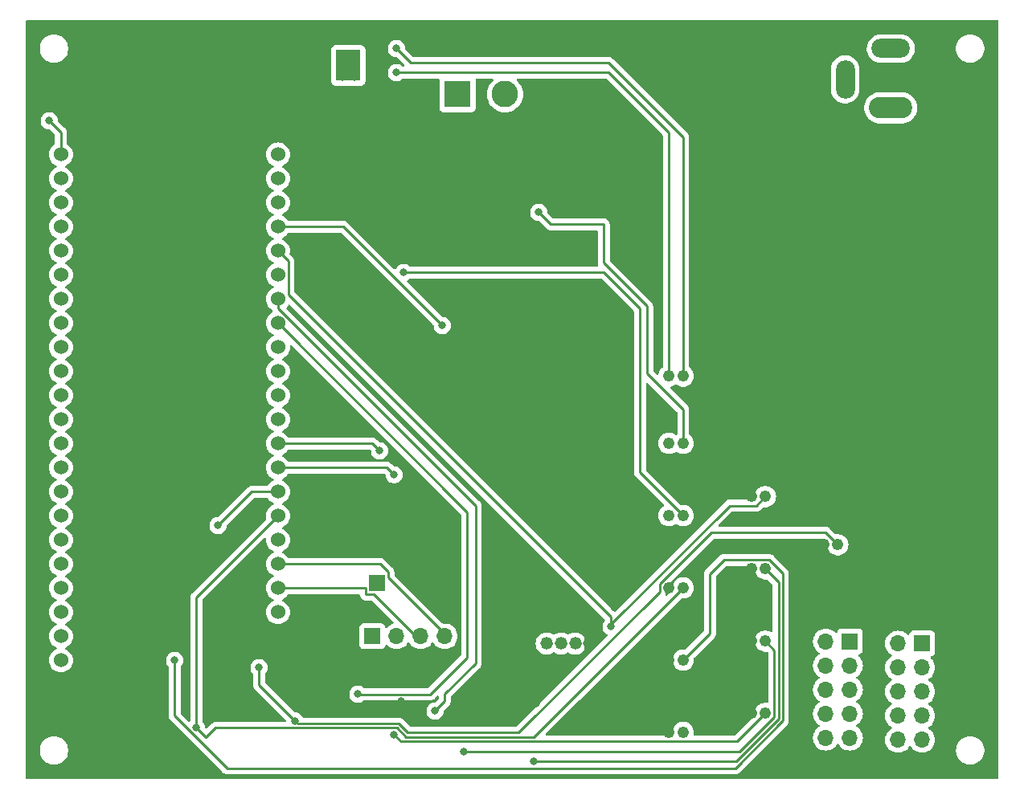
<source format=gbr>
%TF.GenerationSoftware,KiCad,Pcbnew,8.0.3*%
%TF.CreationDate,2024-08-26T23:53:33+05:30*%
%TF.ProjectId,Scout_Board,53636f75-745f-4426-9f61-72642e6b6963,rev?*%
%TF.SameCoordinates,Original*%
%TF.FileFunction,Copper,L2,Bot*%
%TF.FilePolarity,Positive*%
%FSLAX46Y46*%
G04 Gerber Fmt 4.6, Leading zero omitted, Abs format (unit mm)*
G04 Created by KiCad (PCBNEW 8.0.3) date 2024-08-26 23:53:33*
%MOMM*%
%LPD*%
G01*
G04 APERTURE LIST*
%TA.AperFunction,ComponentPad*%
%ADD10C,1.244600*%
%TD*%
%TA.AperFunction,ComponentPad*%
%ADD11R,1.700000X1.700000*%
%TD*%
%TA.AperFunction,ComponentPad*%
%ADD12O,1.700000X1.700000*%
%TD*%
%TA.AperFunction,ComponentPad*%
%ADD13R,1.530000X1.530000*%
%TD*%
%TA.AperFunction,ComponentPad*%
%ADD14C,1.530000*%
%TD*%
%TA.AperFunction,ComponentPad*%
%ADD15R,2.800000X2.800000*%
%TD*%
%TA.AperFunction,ComponentPad*%
%ADD16C,2.800000*%
%TD*%
%TA.AperFunction,ComponentPad*%
%ADD17C,1.320800*%
%TD*%
%TA.AperFunction,ComponentPad*%
%ADD18O,4.560000X2.280000*%
%TD*%
%TA.AperFunction,ComponentPad*%
%ADD19O,2.025000X4.050000*%
%TD*%
%TA.AperFunction,ComponentPad*%
%ADD20O,4.050000X2.025000*%
%TD*%
%TA.AperFunction,ComponentPad*%
%ADD21C,0.630000*%
%TD*%
%TA.AperFunction,SMDPad,CuDef*%
%ADD22R,2.600000X3.300000*%
%TD*%
%TA.AperFunction,ViaPad*%
%ADD23C,0.800000*%
%TD*%
%TA.AperFunction,Conductor*%
%ADD24C,0.250000*%
%TD*%
G04 APERTURE END LIST*
D10*
%TO.P,Conn11,1,Pin_1*%
%TO.N,+3.3V*%
X211859999Y-147320000D03*
%TO.P,Conn11,2,Pin_2*%
%TO.N,Button5*%
X213360000Y-147320000D03*
%TD*%
%TO.P,Conn12,1,Pin_1*%
%TO.N,+3.3V*%
X211859999Y-139700000D03*
%TO.P,Conn12,2,Pin_2*%
%TO.N,Button6*%
X213360000Y-139700000D03*
%TD*%
D11*
%TO.P,J6,1,Pin_1*%
%TO.N,GND*%
X222270000Y-154970000D03*
D12*
%TO.P,J6,2,Pin_2*%
X219730000Y-154970000D03*
%TO.P,J6,3,Pin_3*%
X222270000Y-157510000D03*
%TO.P,J6,4,Pin_4*%
X219730000Y-157510000D03*
%TO.P,J6,5,Pin_5*%
X222270000Y-160050000D03*
%TO.P,J6,6,Pin_6*%
X219730000Y-160050000D03*
%TO.P,J6,7,Pin_7*%
X222270000Y-162590000D03*
%TO.P,J6,8,Pin_8*%
X219730000Y-162590000D03*
%TO.P,J6,9,Pin_9*%
X222270000Y-165130000D03*
%TO.P,J6,10,Pin_10*%
X219730000Y-165130000D03*
%TD*%
D13*
%TO.P,U2,J1_1,3V3*%
%TO.N,+3.3V*%
X162014500Y-156970000D03*
D14*
%TO.P,U2,J1_2,3V3*%
X162014500Y-154430000D03*
%TO.P,U2,J1_3,RST*%
%TO.N,unconnected-(U2-RST-PadJ1_3)*%
X162014500Y-151890000D03*
%TO.P,U2,J1_4,GPIO4*%
%TO.N,Conn3*%
X162014500Y-149350000D03*
%TO.P,U2,J1_5,GPIO5*%
%TO.N,Conn4*%
X162014500Y-146810000D03*
%TO.P,U2,J1_6,GPIO6*%
%TO.N,Sw2*%
X162014500Y-144270000D03*
%TO.P,U2,J1_7,GPIO7*%
%TO.N,FlipButton*%
X162014500Y-141730000D03*
%TO.P,U2,J1_8,GPIO15*%
%TO.N,Sw1*%
X162014500Y-139190000D03*
%TO.P,U2,J1_9,GPIO16*%
%TO.N,TxD*%
X162014500Y-136650000D03*
%TO.P,U2,J1_10,GPIO17*%
%TO.N,RxD*%
X162014500Y-134110000D03*
%TO.P,U2,J1_11,GPIO18*%
%TO.N,CaptureButton*%
X162014500Y-131570000D03*
%TO.P,U2,J1_12,GPIO8*%
%TO.N,SBC_Power*%
X162014500Y-129030000D03*
%TO.P,U2,J1_13,GPIO3*%
%TO.N,Conn2*%
X162014500Y-126490000D03*
%TO.P,U2,J1_14,GPIO46*%
%TO.N,unconnected-(U2-GPIO46-PadJ1_14)*%
X162014500Y-123950000D03*
%TO.P,U2,J1_15,GPIO9*%
%TO.N,Button3*%
X162014500Y-121410000D03*
%TO.P,U2,J1_16,GPIO10*%
%TO.N,Button4*%
X162014500Y-118870000D03*
%TO.P,U2,J1_17,GPIO11*%
%TO.N,Button5*%
X162014500Y-116330000D03*
%TO.P,U2,J1_18,GPIO12*%
%TO.N,Button6*%
X162014500Y-113790000D03*
%TO.P,U2,J1_19,GPIO13*%
%TO.N,TopLightsLV*%
X162014500Y-111250000D03*
%TO.P,U2,J1_20,GPIO14*%
%TO.N,BottomLightsLV*%
X162014500Y-108710000D03*
%TO.P,U2,J1_21,5V0*%
%TO.N,+5V*%
X162014500Y-106170000D03*
%TO.P,U2,J1_22,GND*%
%TO.N,GND*%
X162014500Y-103630000D03*
%TO.P,U2,J3_1,GND*%
X139154500Y-156970000D03*
%TO.P,U2,J3_2,U0TXD/GPIO43*%
%TO.N,unconnected-(U2-U0TXD{slash}GPIO43-PadJ3_2)*%
X139154500Y-154430000D03*
%TO.P,U2,J3_3,U0RXD/GPIO44*%
%TO.N,unconnected-(U2-U0RXD{slash}GPIO44-PadJ3_3)*%
X139154500Y-151890000D03*
%TO.P,U2,J3_4,GPIO1*%
%TO.N,unconnected-(U2-GPIO1-PadJ3_4)*%
X139154500Y-149350000D03*
%TO.P,U2,J3_5,GPIO2*%
%TO.N,Conn1*%
X139154500Y-146810000D03*
%TO.P,U2,J3_6,MTMS/GPIO42*%
%TO.N,unconnected-(U2-MTMS{slash}GPIO42-PadJ3_6)*%
X139154500Y-144270000D03*
%TO.P,U2,J3_7,MTDI/GPIO41*%
%TO.N,unconnected-(U2-MTDI{slash}GPIO41-PadJ3_7)*%
X139154500Y-141730000D03*
%TO.P,U2,J3_8,MTDO/GPIO40*%
%TO.N,unconnected-(U2-MTDO{slash}GPIO40-PadJ3_8)*%
X139154500Y-139190000D03*
%TO.P,U2,J3_9,MTCK/GPIO39*%
%TO.N,unconnected-(U2-MTCK{slash}GPIO39-PadJ3_9)*%
X139154500Y-136650000D03*
%TO.P,U2,J3_10,GPIO38*%
%TO.N,unconnected-(U2-GPIO38-PadJ3_10)*%
X139154500Y-134110000D03*
%TO.P,U2,J3_11,GPIO37*%
%TO.N,unconnected-(U2-GPIO37-PadJ3_11)*%
X139154500Y-131570000D03*
%TO.P,U2,J3_12,GPIO36*%
%TO.N,unconnected-(U2-GPIO36-PadJ3_12)*%
X139154500Y-129030000D03*
%TO.P,U2,J3_13,GPIO35*%
%TO.N,IN2*%
X139154500Y-126490000D03*
%TO.P,U2,J3_14,GPIO0*%
%TO.N,unconnected-(U2-GPIO0-PadJ3_14)*%
X139154500Y-123950000D03*
%TO.P,U2,J3_15,GPIO45*%
%TO.N,unconnected-(U2-GPIO45-PadJ3_15)*%
X139154500Y-121410000D03*
%TO.P,U2,J3_16,GPIO48*%
%TO.N,unconnected-(U2-GPIO48-PadJ3_16)*%
X139154500Y-118870000D03*
%TO.P,U2,J3_17,GPIO47*%
%TO.N,unconnected-(U2-GPIO47-PadJ3_17)*%
X139154500Y-116330000D03*
%TO.P,U2,J3_18,GPIO21*%
%TO.N,IN1*%
X139154500Y-113790000D03*
%TO.P,U2,J3_19,USB_D+/GPIO20*%
%TO.N,unconnected-(U2-USB_D+{slash}GPIO20-PadJ3_19)*%
X139154500Y-111250000D03*
%TO.P,U2,J3_20,USB_D-/GPIO19*%
%TO.N,unconnected-(U2-USB_D-{slash}GPIO19-PadJ3_20)*%
X139154500Y-108710000D03*
%TO.P,U2,J3_21,GND*%
%TO.N,GND*%
X139154500Y-106170000D03*
%TO.P,U2,J3_22,GND*%
X139154500Y-103630000D03*
%TD*%
D11*
%TO.P,J5,1,Pin_1*%
%TO.N,+5V*%
X229870000Y-155194000D03*
D12*
%TO.P,J5,2,Pin_2*%
X227330000Y-155194000D03*
%TO.P,J5,3,Pin_3*%
X229870000Y-157734000D03*
%TO.P,J5,4,Pin_4*%
X227330000Y-157734000D03*
%TO.P,J5,5,Pin_5*%
X229870000Y-160274000D03*
%TO.P,J5,6,Pin_6*%
X227330000Y-160274000D03*
%TO.P,J5,7,Pin_7*%
X229870000Y-162814000D03*
%TO.P,J5,8,Pin_8*%
X227330000Y-162814000D03*
%TO.P,J5,9,Pin_9*%
X229870000Y-165354000D03*
%TO.P,J5,10,Pin_10*%
X227330000Y-165354000D03*
%TD*%
D10*
%TO.P,Conn10,1,Pin_1*%
%TO.N,+3.3V*%
X211859999Y-154940000D03*
%TO.P,Conn10,2,Pin_2*%
%TO.N,Button4*%
X213360000Y-154940000D03*
%TD*%
%TO.P,Conn4,1,Pin_1*%
%TO.N,+12V*%
X203200000Y-134088001D03*
%TO.P,Conn4,2,Pin_2*%
%TO.N,Net-(Conn4-Pin_2)*%
X204700001Y-134088001D03*
%TD*%
%TO.P,Conn9,1,Pin_1*%
%TO.N,+3.3V*%
X211859999Y-162560000D03*
%TO.P,Conn9,2,Pin_2*%
%TO.N,Button3*%
X213360000Y-162560000D03*
%TD*%
D11*
%TO.P,J1,1,Pin_1*%
%TO.N,SBC_Power*%
X172466000Y-148844000D03*
%TD*%
D10*
%TO.P,Conn1,1,Pin_1*%
%TO.N,OUT1*%
X203200000Y-127000000D03*
%TO.P,Conn1,2,Pin_2*%
%TO.N,OUT2*%
X204700001Y-127000000D03*
%TD*%
%TO.P,Conn6,1,Pin_1*%
%TO.N,+3.3V*%
X203200000Y-149328001D03*
%TO.P,Conn6,2,Pin_2*%
%TO.N,FlipButton*%
X204700001Y-149328001D03*
%TD*%
D15*
%TO.P,J4,1,Pin_1*%
%TO.N,+5VA*%
X180928000Y-97282000D03*
D16*
%TO.P,J4,2,Pin_2*%
%TO.N,GND*%
X185928000Y-97282000D03*
%TD*%
D17*
%TO.P,Conn7,1,VCC*%
%TO.N,+3.3V*%
X194818000Y-155194000D03*
%TO.P,Conn7,2,RXD*%
%TO.N,RxD*%
X193318001Y-155194000D03*
%TO.P,Conn7,3,TXD*%
%TO.N,TxD*%
X191817999Y-155194000D03*
%TO.P,Conn7,4,GND*%
%TO.N,GND*%
X190317999Y-155194000D03*
%TD*%
D10*
%TO.P,Conn8,1,Pin_1*%
%TO.N,+3.3V*%
X219479999Y-144780000D03*
%TO.P,Conn8,2,Pin_2*%
%TO.N,CaptureButton*%
X220980000Y-144780000D03*
%TD*%
D11*
%TO.P,J2,1,Pin_1*%
%TO.N,Conn1*%
X171958000Y-154432000D03*
D12*
%TO.P,J2,2,Pin_2*%
%TO.N,Conn2*%
X174498000Y-154432000D03*
%TO.P,J2,3,Pin_3*%
%TO.N,Conn3*%
X177038000Y-154432000D03*
%TO.P,J2,4,Pin_4*%
%TO.N,Conn4*%
X179578000Y-154432000D03*
%TD*%
D10*
%TO.P,Conn2,1,Pin_1*%
%TO.N,+3.3V*%
X203200000Y-164568001D03*
%TO.P,Conn2,2,Pin_2*%
%TO.N,Sw2*%
X204700001Y-164568001D03*
%TD*%
D18*
%TO.P,J3,1*%
%TO.N,+12V*%
X226568000Y-98706000D03*
D19*
%TO.P,J3,2*%
%TO.N,GND*%
X221768000Y-95706000D03*
D20*
%TO.P,J3,3*%
X226568000Y-92456000D03*
%TD*%
D10*
%TO.P,Conn3,1,Pin_1*%
%TO.N,+3.3V*%
X203200000Y-156948001D03*
%TO.P,Conn3,2,Pin_2*%
%TO.N,Sw1*%
X204700001Y-156948001D03*
%TD*%
D21*
%TO.P,U1,9*%
%TO.N,GND*%
X168768000Y-92934000D03*
X168768000Y-94234000D03*
X168768000Y-95534000D03*
D22*
X169418000Y-94234000D03*
D21*
X170068000Y-92934000D03*
X170068000Y-94234000D03*
X170068000Y-95534000D03*
%TD*%
D10*
%TO.P,Conn5,1,Pin_1*%
%TO.N,+12V*%
X203200000Y-141708001D03*
%TO.P,Conn5,2,Pin_2*%
%TO.N,Net-(Conn5-Pin_2)*%
X204700001Y-141708001D03*
%TD*%
D23*
%TO.N,GND*%
X137922000Y-100076000D03*
%TO.N,OUT1*%
X174498000Y-94996000D03*
%TO.N,OUT2*%
X174498000Y-92456000D03*
%TO.N,+3.3V*%
X170298214Y-122912962D03*
X189230000Y-161544000D03*
X175006000Y-161290000D03*
X167132000Y-160782000D03*
X182118000Y-161544000D03*
X180340000Y-124968000D03*
X156464000Y-160782000D03*
X174752000Y-122174000D03*
X147828000Y-160020000D03*
%TO.N,Sw1*%
X151130000Y-156972000D03*
X155702000Y-142748000D03*
%TO.N,Net-(Conn4-Pin_2)*%
X189484000Y-109728000D03*
%TO.N,Net-(Conn5-Pin_2)*%
X175260000Y-116078000D03*
%TO.N,FlipButton*%
X153416000Y-164084000D03*
%TO.N,RxD*%
X172720000Y-134874000D03*
%TO.N,TxD*%
X174248653Y-137409347D03*
%TO.N,CaptureButton*%
X163830000Y-163359000D03*
X160020000Y-157734000D03*
%TO.N,Button3*%
X170434000Y-160528000D03*
X174244000Y-164809000D03*
%TO.N,Button4*%
X181610000Y-166624000D03*
X178562000Y-162306000D03*
%TO.N,Button5*%
X188976000Y-167640000D03*
%TO.N,Button6*%
X197104000Y-153416000D03*
%TO.N,TopLightsLV*%
X179324000Y-121666000D03*
%TD*%
D24*
%TO.N,GND*%
X139154500Y-101308500D02*
X137922000Y-100076000D01*
X139154500Y-103630000D02*
X139154500Y-101308500D01*
%TO.N,OUT1*%
X203200000Y-101346000D02*
X199390000Y-97536000D01*
X196850000Y-94996000D02*
X174498000Y-94996000D01*
X199390000Y-97536000D02*
X196850000Y-94996000D01*
X203200000Y-127000000D02*
X203200000Y-101346000D01*
%TO.N,OUT2*%
X176022000Y-93980000D02*
X174498000Y-92456000D01*
X204700001Y-101830001D02*
X196850000Y-93980000D01*
X204700001Y-127000000D02*
X204700001Y-101830001D01*
X196850000Y-93980000D02*
X176022000Y-93980000D01*
%TO.N,Sw1*%
X151130000Y-162823305D02*
X156671695Y-168365000D01*
X213752385Y-146372700D02*
X215207300Y-147827615D01*
X215207300Y-163325177D02*
X210167477Y-168365000D01*
X159260000Y-139190000D02*
X155702000Y-142748000D01*
X162014500Y-139190000D02*
X159260000Y-139190000D01*
X208994987Y-146372700D02*
X213752385Y-146372700D01*
X210167477Y-168365000D02*
X156671695Y-168365000D01*
X207518000Y-147849687D02*
X208994987Y-146372700D01*
X207518000Y-154130002D02*
X207518000Y-147849687D01*
X215207300Y-147827615D02*
X215207300Y-163325177D01*
X151130000Y-156972000D02*
X151130000Y-162823305D01*
X204700001Y-156948001D02*
X207518000Y-154130002D01*
%TO.N,Net-(Conn4-Pin_2)*%
X196342000Y-110998000D02*
X190754000Y-110998000D01*
X204700001Y-134088001D02*
X204700001Y-130532001D01*
X196342000Y-115062000D02*
X196342000Y-110998000D01*
X203962000Y-129794000D02*
X200914000Y-126746000D01*
X200914000Y-126746000D02*
X200914000Y-119634000D01*
X200914000Y-119634000D02*
X196342000Y-115062000D01*
X190754000Y-110998000D02*
X189484000Y-109728000D01*
X204700001Y-130532001D02*
X203962000Y-129794000D01*
%TO.N,Net-(Conn5-Pin_2)*%
X175260000Y-116078000D02*
X196342000Y-116078000D01*
X200152000Y-137160000D02*
X204700001Y-141708001D01*
X196342000Y-116078000D02*
X200152000Y-119888000D01*
X200152000Y-119888000D02*
X200152000Y-137160000D01*
%TO.N,FlipButton*%
X154432000Y-165100000D02*
X155448000Y-164084000D01*
X153416000Y-150328500D02*
X162014500Y-141730000D01*
X153416000Y-164084000D02*
X154432000Y-165100000D01*
X188962701Y-165065301D02*
X204700001Y-149328001D01*
X153416000Y-164084000D02*
X153416000Y-150328500D01*
X174544305Y-164084000D02*
X175525606Y-165065301D01*
X155448000Y-164084000D02*
X174544305Y-164084000D01*
X175525606Y-165065301D02*
X188962701Y-165065301D01*
%TO.N,RxD*%
X171956000Y-134110000D02*
X162014500Y-134110000D01*
X172720000Y-134874000D02*
X171956000Y-134110000D01*
%TO.N,TxD*%
X173489306Y-136650000D02*
X162014500Y-136650000D01*
X174248653Y-137409347D02*
X173489306Y-136650000D01*
%TO.N,CaptureButton*%
X164105000Y-163634000D02*
X174730701Y-163634000D01*
X207678316Y-143510000D02*
X219710000Y-143510000D01*
X202252700Y-148935616D02*
X207678316Y-143510000D01*
X187381086Y-164592000D02*
X202252700Y-149720386D01*
X202252700Y-149720386D02*
X202252700Y-148935616D01*
X175688701Y-164592000D02*
X187381086Y-164592000D01*
X160020000Y-159549000D02*
X163830000Y-163359000D01*
X174730701Y-163634000D02*
X175688701Y-164592000D01*
X163830000Y-163359000D02*
X164105000Y-163634000D01*
X219710000Y-143510000D02*
X220980000Y-144780000D01*
X160020000Y-157734000D02*
X160020000Y-159549000D01*
%TO.N,Button3*%
X174950301Y-165515301D02*
X210404699Y-165515301D01*
X181926802Y-156655198D02*
X181926802Y-141322302D01*
X181926802Y-141322302D02*
X162014500Y-121410000D01*
X210404699Y-165515301D02*
X213360000Y-162560000D01*
X170434000Y-160528000D02*
X170471000Y-160565000D01*
X174244000Y-164809000D02*
X174950301Y-165515301D01*
X170471000Y-160565000D02*
X178017000Y-160565000D01*
X178017000Y-160565000D02*
X181926802Y-156655198D01*
%TO.N,Button4*%
X214307300Y-155887300D02*
X213360000Y-154940000D01*
X162014500Y-118870000D02*
X162014500Y-119850500D01*
X179578000Y-160528000D02*
X179578000Y-161290000D01*
X162014500Y-119850500D02*
X182843000Y-140679000D01*
X181610000Y-166624000D02*
X210635685Y-166624000D01*
X214307300Y-162952385D02*
X214307300Y-155887300D01*
X182843000Y-140679000D02*
X182843000Y-157263000D01*
X179578000Y-161290000D02*
X178562000Y-162306000D01*
X210635685Y-166624000D02*
X214307300Y-162952385D01*
X182843000Y-157263000D02*
X179578000Y-160528000D01*
%TO.N,Button5*%
X214757300Y-163138781D02*
X214757300Y-148717300D01*
X210256081Y-167640000D02*
X214757300Y-163138781D01*
X188976000Y-167640000D02*
X210256081Y-167640000D01*
X214757300Y-148717300D02*
X213360000Y-147320000D01*
%TO.N,Button6*%
X163104500Y-118400500D02*
X163104500Y-114880000D01*
X197104000Y-153416000D02*
X197104000Y-152400000D01*
X197104000Y-152400000D02*
X163104500Y-118400500D01*
X212412700Y-140647300D02*
X213360000Y-139700000D01*
X197104000Y-153116314D02*
X209573014Y-140647300D01*
X163104500Y-114880000D02*
X162014500Y-113790000D01*
X209573014Y-140647300D02*
X212412700Y-140647300D01*
X197104000Y-153416000D02*
X197104000Y-153116314D01*
%TO.N,Conn3*%
X172117000Y-150019000D02*
X171291000Y-150019000D01*
X177038000Y-154432000D02*
X176530000Y-154432000D01*
X171291000Y-149350000D02*
X162014500Y-149350000D01*
X171291000Y-150019000D02*
X171291000Y-149350000D01*
X176530000Y-154432000D02*
X172117000Y-150019000D01*
%TO.N,Conn4*%
X172782000Y-146810000D02*
X162014500Y-146810000D01*
X179578000Y-154178000D02*
X173641000Y-148241000D01*
X173641000Y-147669000D02*
X172782000Y-146810000D01*
X173641000Y-148241000D02*
X173641000Y-147669000D01*
X179578000Y-154432000D02*
X179578000Y-154178000D01*
%TO.N,TopLightsLV*%
X162014500Y-111250000D02*
X168908000Y-111250000D01*
X168908000Y-111250000D02*
X179324000Y-121666000D01*
%TD*%
%TA.AperFunction,Conductor*%
%TO.N,+3.3V*%
G36*
X163302769Y-119483447D02*
G01*
X163305595Y-119486185D01*
X196442181Y-152622771D01*
X196475666Y-152684094D01*
X196478500Y-152710452D01*
X196478500Y-152717312D01*
X196458815Y-152784351D01*
X196446650Y-152800284D01*
X196371466Y-152883784D01*
X196276821Y-153047715D01*
X196276818Y-153047722D01*
X196218824Y-153226210D01*
X196218326Y-153227744D01*
X196198540Y-153416000D01*
X196218326Y-153604256D01*
X196218327Y-153604259D01*
X196276818Y-153784277D01*
X196276821Y-153784284D01*
X196371467Y-153948216D01*
X196483034Y-154072123D01*
X196498129Y-154088888D01*
X196651265Y-154200148D01*
X196656893Y-154203397D01*
X196656176Y-154204638D01*
X196703721Y-154245047D01*
X196724045Y-154311895D01*
X196705003Y-154379120D01*
X196687732Y-154400762D01*
X187158315Y-163930181D01*
X187096992Y-163963666D01*
X187070634Y-163966500D01*
X175999154Y-163966500D01*
X175932115Y-163946815D01*
X175911473Y-163930181D01*
X175223629Y-163242338D01*
X175223626Y-163242334D01*
X175223626Y-163242335D01*
X175216559Y-163235268D01*
X175216559Y-163235267D01*
X175129434Y-163148142D01*
X175129433Y-163148141D01*
X175129432Y-163148140D01*
X175078080Y-163113828D01*
X175078077Y-163113824D01*
X175026993Y-163079692D01*
X175026992Y-163079691D01*
X175026987Y-163079688D01*
X175026984Y-163079686D01*
X175026981Y-163079685D01*
X174946493Y-163046347D01*
X174913154Y-163032537D01*
X174903128Y-163030543D01*
X174852730Y-163020518D01*
X174792311Y-163008500D01*
X174792308Y-163008500D01*
X174792307Y-163008500D01*
X164739038Y-163008500D01*
X164671999Y-162988815D01*
X164631651Y-162946500D01*
X164596093Y-162884912D01*
X164562533Y-162826784D01*
X164435871Y-162686112D01*
X164435870Y-162686111D01*
X164282734Y-162574851D01*
X164282729Y-162574848D01*
X164109807Y-162497857D01*
X164109802Y-162497855D01*
X163964001Y-162466865D01*
X163924646Y-162458500D01*
X163924645Y-162458500D01*
X163865453Y-162458500D01*
X163798414Y-162438815D01*
X163777772Y-162422181D01*
X160681819Y-159326228D01*
X160648334Y-159264905D01*
X160645500Y-159238547D01*
X160645500Y-158432687D01*
X160665185Y-158365648D01*
X160677350Y-158349715D01*
X160695891Y-158329122D01*
X160752533Y-158266216D01*
X160847179Y-158102284D01*
X160905674Y-157922256D01*
X160925460Y-157734000D01*
X160905674Y-157545744D01*
X160847179Y-157365716D01*
X160752533Y-157201784D01*
X160625871Y-157061112D01*
X160625870Y-157061111D01*
X160472734Y-156949851D01*
X160472729Y-156949848D01*
X160299807Y-156872857D01*
X160299802Y-156872855D01*
X160154001Y-156841865D01*
X160114646Y-156833500D01*
X159925354Y-156833500D01*
X159892897Y-156840398D01*
X159740197Y-156872855D01*
X159740192Y-156872857D01*
X159567270Y-156949848D01*
X159567265Y-156949851D01*
X159414129Y-157061111D01*
X159287466Y-157201785D01*
X159192821Y-157365715D01*
X159192818Y-157365722D01*
X159149645Y-157498596D01*
X159134326Y-157545744D01*
X159114540Y-157734000D01*
X159134326Y-157922256D01*
X159134327Y-157922259D01*
X159192818Y-158102277D01*
X159192821Y-158102284D01*
X159287467Y-158266216D01*
X159330772Y-158314310D01*
X159362650Y-158349715D01*
X159392880Y-158412706D01*
X159394500Y-158432687D01*
X159394500Y-159610611D01*
X159418535Y-159731444D01*
X159418540Y-159731461D01*
X159465685Y-159845281D01*
X159465690Y-159845290D01*
X159481006Y-159868211D01*
X159481007Y-159868212D01*
X159534140Y-159947731D01*
X159534141Y-159947732D01*
X159534142Y-159947733D01*
X159621267Y-160034858D01*
X159621268Y-160034858D01*
X159628335Y-160041925D01*
X159628334Y-160041925D01*
X159628338Y-160041928D01*
X162833228Y-163246819D01*
X162866713Y-163308142D01*
X162861729Y-163377834D01*
X162819857Y-163433767D01*
X162754393Y-163458184D01*
X162745547Y-163458500D01*
X155386389Y-163458500D01*
X155325971Y-163470518D01*
X155265548Y-163482537D01*
X155265546Y-163482537D01*
X155265545Y-163482538D01*
X155265543Y-163482538D01*
X155243112Y-163491830D01*
X155151713Y-163529688D01*
X155151708Y-163529690D01*
X155049272Y-163598138D01*
X155049264Y-163598144D01*
X154528298Y-164119111D01*
X154466975Y-164152596D01*
X154397283Y-164147612D01*
X154341350Y-164105740D01*
X154317297Y-164044394D01*
X154301674Y-163895744D01*
X154243179Y-163715716D01*
X154148533Y-163551784D01*
X154073350Y-163468284D01*
X154043120Y-163405292D01*
X154041500Y-163385312D01*
X154041500Y-150638951D01*
X154061185Y-150571912D01*
X154077814Y-150551275D01*
X160540184Y-144088904D01*
X160601507Y-144055420D01*
X160671199Y-144060404D01*
X160727132Y-144102276D01*
X160751549Y-144167740D01*
X160751393Y-144187393D01*
X160744166Y-144269998D01*
X160744166Y-144270001D01*
X160763464Y-144490585D01*
X160763465Y-144490592D01*
X160820775Y-144704475D01*
X160820779Y-144704486D01*
X160855992Y-144780000D01*
X160914358Y-144905167D01*
X161041368Y-145086555D01*
X161197945Y-145243132D01*
X161379333Y-145370142D01*
X161386775Y-145373612D01*
X161502591Y-145427618D01*
X161555031Y-145473790D01*
X161574183Y-145540983D01*
X161553967Y-145607865D01*
X161502591Y-145652382D01*
X161379336Y-145709856D01*
X161379334Y-145709857D01*
X161197944Y-145836868D01*
X161041368Y-145993444D01*
X160914357Y-146174834D01*
X160914356Y-146174836D01*
X160820779Y-146375513D01*
X160820775Y-146375524D01*
X160763465Y-146589407D01*
X160763464Y-146589414D01*
X160744166Y-146809998D01*
X160744166Y-146810001D01*
X160763464Y-147030585D01*
X160763465Y-147030592D01*
X160820775Y-147244475D01*
X160820779Y-147244486D01*
X160880573Y-147372714D01*
X160914358Y-147445167D01*
X161041368Y-147626555D01*
X161197945Y-147783132D01*
X161379333Y-147910142D01*
X161386775Y-147913612D01*
X161502591Y-147967618D01*
X161555031Y-148013790D01*
X161574183Y-148080983D01*
X161553967Y-148147865D01*
X161502591Y-148192382D01*
X161379336Y-148249856D01*
X161379334Y-148249857D01*
X161197944Y-148376868D01*
X161041368Y-148533444D01*
X160914357Y-148714834D01*
X160914356Y-148714836D01*
X160820779Y-148915513D01*
X160820775Y-148915524D01*
X160763465Y-149129407D01*
X160763464Y-149129414D01*
X160744166Y-149349998D01*
X160744166Y-149350001D01*
X160763464Y-149570585D01*
X160763465Y-149570592D01*
X160820775Y-149784475D01*
X160820779Y-149784486D01*
X160891587Y-149936335D01*
X160914358Y-149985167D01*
X161041368Y-150166555D01*
X161197945Y-150323132D01*
X161379333Y-150450142D01*
X161434546Y-150475888D01*
X161502591Y-150507618D01*
X161555031Y-150553790D01*
X161574183Y-150620983D01*
X161553967Y-150687865D01*
X161502591Y-150732382D01*
X161379336Y-150789856D01*
X161379334Y-150789857D01*
X161197944Y-150916868D01*
X161041368Y-151073444D01*
X160914357Y-151254834D01*
X160914356Y-151254836D01*
X160820779Y-151455513D01*
X160820775Y-151455524D01*
X160763465Y-151669407D01*
X160763464Y-151669414D01*
X160744166Y-151889998D01*
X160744166Y-151890001D01*
X160763464Y-152110585D01*
X160763465Y-152110592D01*
X160820775Y-152324475D01*
X160820779Y-152324486D01*
X160914356Y-152525163D01*
X160914358Y-152525167D01*
X161041368Y-152706555D01*
X161197945Y-152863132D01*
X161379333Y-152990142D01*
X161500072Y-153046443D01*
X161580013Y-153083720D01*
X161580015Y-153083720D01*
X161580020Y-153083723D01*
X161793909Y-153141035D01*
X161951474Y-153154820D01*
X162014498Y-153160334D01*
X162014500Y-153160334D01*
X162014502Y-153160334D01*
X162069647Y-153155509D01*
X162235091Y-153141035D01*
X162448980Y-153083723D01*
X162649667Y-152990142D01*
X162831055Y-152863132D01*
X162987632Y-152706555D01*
X163114642Y-152525167D01*
X163208223Y-152324480D01*
X163265535Y-152110591D01*
X163284834Y-151890000D01*
X163265535Y-151669409D01*
X163208223Y-151455520D01*
X163114642Y-151254833D01*
X162987632Y-151073445D01*
X162831055Y-150916868D01*
X162649667Y-150789858D01*
X162526407Y-150732381D01*
X162473968Y-150686210D01*
X162454816Y-150619017D01*
X162475031Y-150552136D01*
X162526408Y-150507618D01*
X162532333Y-150504855D01*
X162649667Y-150450142D01*
X162831055Y-150323132D01*
X162987632Y-150166555D01*
X163084387Y-150028374D01*
X163138963Y-149984751D01*
X163185961Y-149975500D01*
X170542829Y-149975500D01*
X170609868Y-149995185D01*
X170655623Y-150047989D01*
X170664446Y-150075309D01*
X170689535Y-150201444D01*
X170689538Y-150201454D01*
X170736687Y-150315283D01*
X170736692Y-150315292D01*
X170805141Y-150417732D01*
X170805144Y-150417736D01*
X170892263Y-150504855D01*
X170892267Y-150504858D01*
X170994707Y-150573307D01*
X170994713Y-150573310D01*
X170994714Y-150573311D01*
X171108548Y-150620463D01*
X171201567Y-150638965D01*
X171229389Y-150644499D01*
X171229393Y-150644500D01*
X171229394Y-150644500D01*
X171352606Y-150644500D01*
X171806548Y-150644500D01*
X171873587Y-150664185D01*
X171894229Y-150680819D01*
X174148385Y-152934976D01*
X174181870Y-152996299D01*
X174176886Y-153065991D01*
X174135014Y-153121924D01*
X174092798Y-153142432D01*
X174034342Y-153158095D01*
X174034335Y-153158098D01*
X173820171Y-153257964D01*
X173820169Y-153257965D01*
X173626600Y-153393503D01*
X173504673Y-153515430D01*
X173443350Y-153548914D01*
X173373658Y-153543930D01*
X173317725Y-153502058D01*
X173300810Y-153471081D01*
X173251797Y-153339671D01*
X173251793Y-153339664D01*
X173165547Y-153224455D01*
X173165544Y-153224452D01*
X173050335Y-153138206D01*
X173050328Y-153138202D01*
X172915482Y-153087908D01*
X172915483Y-153087908D01*
X172855883Y-153081501D01*
X172855881Y-153081500D01*
X172855873Y-153081500D01*
X172855864Y-153081500D01*
X171060129Y-153081500D01*
X171060123Y-153081501D01*
X171000516Y-153087908D01*
X170865671Y-153138202D01*
X170865664Y-153138206D01*
X170750455Y-153224452D01*
X170750452Y-153224455D01*
X170664206Y-153339664D01*
X170664202Y-153339671D01*
X170613908Y-153474517D01*
X170607501Y-153534116D01*
X170607500Y-153534135D01*
X170607500Y-155329870D01*
X170607501Y-155329876D01*
X170613908Y-155389483D01*
X170664202Y-155524328D01*
X170664206Y-155524335D01*
X170750452Y-155639544D01*
X170750455Y-155639547D01*
X170865664Y-155725793D01*
X170865671Y-155725797D01*
X171000517Y-155776091D01*
X171000516Y-155776091D01*
X171007444Y-155776835D01*
X171060127Y-155782500D01*
X172855872Y-155782499D01*
X172915483Y-155776091D01*
X173050331Y-155725796D01*
X173165546Y-155639546D01*
X173251796Y-155524331D01*
X173300810Y-155392916D01*
X173342681Y-155336984D01*
X173408145Y-155312566D01*
X173476418Y-155327417D01*
X173504673Y-155348569D01*
X173626599Y-155470495D01*
X173716739Y-155533612D01*
X173820165Y-155606032D01*
X173820167Y-155606033D01*
X173820170Y-155606035D01*
X174034337Y-155705903D01*
X174262592Y-155767063D01*
X174439034Y-155782500D01*
X174497999Y-155787659D01*
X174498000Y-155787659D01*
X174498001Y-155787659D01*
X174556966Y-155782500D01*
X174733408Y-155767063D01*
X174961663Y-155705903D01*
X175175830Y-155606035D01*
X175369401Y-155470495D01*
X175536495Y-155303401D01*
X175666425Y-155117842D01*
X175721002Y-155074217D01*
X175790500Y-155067023D01*
X175852855Y-155098546D01*
X175869575Y-155117842D01*
X175999500Y-155303395D01*
X175999505Y-155303401D01*
X176166599Y-155470495D01*
X176256739Y-155533612D01*
X176360165Y-155606032D01*
X176360167Y-155606033D01*
X176360170Y-155606035D01*
X176574337Y-155705903D01*
X176802592Y-155767063D01*
X176979034Y-155782500D01*
X177037999Y-155787659D01*
X177038000Y-155787659D01*
X177038001Y-155787659D01*
X177096966Y-155782500D01*
X177273408Y-155767063D01*
X177501663Y-155705903D01*
X177715830Y-155606035D01*
X177909401Y-155470495D01*
X178076495Y-155303401D01*
X178206425Y-155117842D01*
X178261002Y-155074217D01*
X178330500Y-155067023D01*
X178392855Y-155098546D01*
X178409575Y-155117842D01*
X178539500Y-155303395D01*
X178539505Y-155303401D01*
X178706599Y-155470495D01*
X178796739Y-155533612D01*
X178900165Y-155606032D01*
X178900167Y-155606033D01*
X178900170Y-155606035D01*
X179114337Y-155705903D01*
X179342592Y-155767063D01*
X179519034Y-155782500D01*
X179577999Y-155787659D01*
X179578000Y-155787659D01*
X179578001Y-155787659D01*
X179636966Y-155782500D01*
X179813408Y-155767063D01*
X180041663Y-155705903D01*
X180255830Y-155606035D01*
X180449401Y-155470495D01*
X180616495Y-155303401D01*
X180752035Y-155109830D01*
X180851903Y-154895663D01*
X180913063Y-154667408D01*
X180933659Y-154432000D01*
X180913063Y-154196592D01*
X180851903Y-153968337D01*
X180752035Y-153754171D01*
X180711372Y-153696097D01*
X180616494Y-153560597D01*
X180449402Y-153393506D01*
X180449395Y-153393501D01*
X180447778Y-153392369D01*
X180372518Y-153339671D01*
X180255834Y-153257967D01*
X180255830Y-153257965D01*
X180205743Y-153234609D01*
X180041663Y-153158097D01*
X180041659Y-153158096D01*
X180041655Y-153158094D01*
X179813413Y-153096938D01*
X179813403Y-153096936D01*
X179578001Y-153076341D01*
X179577998Y-153076341D01*
X179435995Y-153088764D01*
X179367495Y-153074997D01*
X179337507Y-153052917D01*
X174302819Y-148018229D01*
X174269334Y-147956906D01*
X174266500Y-147930548D01*
X174266500Y-147607394D01*
X174260483Y-147577147D01*
X174259742Y-147573420D01*
X174255124Y-147550204D01*
X174242463Y-147486548D01*
X174195311Y-147372714D01*
X174189372Y-147363826D01*
X174174626Y-147341756D01*
X174126861Y-147270271D01*
X174126860Y-147270269D01*
X174101066Y-147244475D01*
X174039733Y-147183142D01*
X174039732Y-147183141D01*
X173274927Y-146418337D01*
X173274925Y-146418334D01*
X173274925Y-146418335D01*
X173267858Y-146411268D01*
X173267858Y-146411267D01*
X173180733Y-146324142D01*
X173180732Y-146324141D01*
X173180731Y-146324140D01*
X173129509Y-146289915D01*
X173078287Y-146255689D01*
X173078286Y-146255688D01*
X173078283Y-146255686D01*
X173078280Y-146255685D01*
X172997792Y-146222347D01*
X172964453Y-146208537D01*
X172954427Y-146206543D01*
X172904029Y-146196518D01*
X172843610Y-146184500D01*
X172843607Y-146184500D01*
X172843606Y-146184500D01*
X163185961Y-146184500D01*
X163118922Y-146164815D01*
X163084387Y-146131625D01*
X162987632Y-145993445D01*
X162831055Y-145836868D01*
X162649667Y-145709858D01*
X162585320Y-145679853D01*
X162526408Y-145652382D01*
X162473968Y-145606210D01*
X162454816Y-145539017D01*
X162475031Y-145472136D01*
X162526408Y-145427618D01*
X162649667Y-145370142D01*
X162831055Y-145243132D01*
X162987632Y-145086555D01*
X163114642Y-144905167D01*
X163208223Y-144704480D01*
X163265535Y-144490591D01*
X163284834Y-144270000D01*
X163265535Y-144049409D01*
X163208223Y-143835520D01*
X163114642Y-143634833D01*
X162987632Y-143453445D01*
X162831055Y-143296868D01*
X162649667Y-143169858D01*
X162526407Y-143112381D01*
X162473968Y-143066210D01*
X162454816Y-142999017D01*
X162475031Y-142932136D01*
X162526408Y-142887618D01*
X162533095Y-142884500D01*
X162649667Y-142830142D01*
X162831055Y-142703132D01*
X162987632Y-142546555D01*
X163114642Y-142365167D01*
X163208223Y-142164480D01*
X163265535Y-141950591D01*
X163284834Y-141730000D01*
X163265535Y-141509409D01*
X163208223Y-141295520D01*
X163191984Y-141260696D01*
X163132513Y-141133158D01*
X163114642Y-141094833D01*
X162987632Y-140913445D01*
X162831055Y-140756868D01*
X162649667Y-140629858D01*
X162585320Y-140599853D01*
X162526408Y-140572382D01*
X162473968Y-140526210D01*
X162454816Y-140459017D01*
X162475031Y-140392136D01*
X162526408Y-140347618D01*
X162649667Y-140290142D01*
X162831055Y-140163132D01*
X162987632Y-140006555D01*
X163114642Y-139825167D01*
X163208223Y-139624480D01*
X163265535Y-139410591D01*
X163284834Y-139190000D01*
X163265535Y-138969409D01*
X163208223Y-138755520D01*
X163114642Y-138554833D01*
X162987632Y-138373445D01*
X162831055Y-138216868D01*
X162649667Y-138089858D01*
X162526407Y-138032381D01*
X162473968Y-137986210D01*
X162454816Y-137919017D01*
X162475031Y-137852136D01*
X162526408Y-137807618D01*
X162649667Y-137750142D01*
X162831055Y-137623132D01*
X162987632Y-137466555D01*
X163084387Y-137328374D01*
X163138963Y-137284751D01*
X163185961Y-137275500D01*
X173178854Y-137275500D01*
X173245893Y-137295185D01*
X173266535Y-137311819D01*
X173309691Y-137354975D01*
X173343176Y-137416298D01*
X173345331Y-137429694D01*
X173352792Y-137500685D01*
X173362979Y-137597603D01*
X173362980Y-137597606D01*
X173421471Y-137777624D01*
X173421474Y-137777631D01*
X173516120Y-137941563D01*
X173557811Y-137987865D01*
X173642782Y-138082235D01*
X173795918Y-138193495D01*
X173795923Y-138193498D01*
X173968845Y-138270489D01*
X173968850Y-138270491D01*
X174154007Y-138309847D01*
X174154008Y-138309847D01*
X174343297Y-138309847D01*
X174343299Y-138309847D01*
X174528456Y-138270491D01*
X174701383Y-138193498D01*
X174854524Y-138082235D01*
X174981186Y-137941563D01*
X175075832Y-137777631D01*
X175134327Y-137597603D01*
X175154113Y-137409347D01*
X175134327Y-137221091D01*
X175075832Y-137041063D01*
X174981186Y-136877131D01*
X174854524Y-136736459D01*
X174854523Y-136736458D01*
X174701387Y-136625198D01*
X174701382Y-136625195D01*
X174528460Y-136548204D01*
X174528455Y-136548202D01*
X174382654Y-136517212D01*
X174343299Y-136508847D01*
X174343298Y-136508847D01*
X174284105Y-136508847D01*
X174217066Y-136489162D01*
X174196424Y-136472528D01*
X173979504Y-136255608D01*
X173979484Y-136255586D01*
X173888039Y-136164141D01*
X173836815Y-136129915D01*
X173785593Y-136095689D01*
X173785592Y-136095688D01*
X173785589Y-136095686D01*
X173785586Y-136095685D01*
X173705098Y-136062347D01*
X173671759Y-136048537D01*
X173661733Y-136046543D01*
X173611335Y-136036518D01*
X173550916Y-136024500D01*
X173550913Y-136024500D01*
X173550912Y-136024500D01*
X163185961Y-136024500D01*
X163118922Y-136004815D01*
X163084387Y-135971625D01*
X162987632Y-135833445D01*
X162831055Y-135676868D01*
X162649667Y-135549858D01*
X162526407Y-135492381D01*
X162473968Y-135446210D01*
X162454816Y-135379017D01*
X162475031Y-135312136D01*
X162526408Y-135267618D01*
X162649667Y-135210142D01*
X162831055Y-135083132D01*
X162987632Y-134926555D01*
X163084387Y-134788374D01*
X163138963Y-134744751D01*
X163185961Y-134735500D01*
X171645548Y-134735500D01*
X171712587Y-134755185D01*
X171733229Y-134771819D01*
X171781038Y-134819628D01*
X171814523Y-134880951D01*
X171816678Y-134894347D01*
X171824139Y-134965338D01*
X171834326Y-135062256D01*
X171834327Y-135062259D01*
X171892818Y-135242277D01*
X171892821Y-135242284D01*
X171987467Y-135406216D01*
X172114129Y-135546888D01*
X172267265Y-135658148D01*
X172267270Y-135658151D01*
X172440192Y-135735142D01*
X172440197Y-135735144D01*
X172625354Y-135774500D01*
X172625355Y-135774500D01*
X172814644Y-135774500D01*
X172814646Y-135774500D01*
X172999803Y-135735144D01*
X173172730Y-135658151D01*
X173325871Y-135546888D01*
X173452533Y-135406216D01*
X173547179Y-135242284D01*
X173605674Y-135062256D01*
X173625460Y-134874000D01*
X173605674Y-134685744D01*
X173547179Y-134505716D01*
X173452533Y-134341784D01*
X173325871Y-134201112D01*
X173325870Y-134201111D01*
X173172734Y-134089851D01*
X173172729Y-134089848D01*
X172999807Y-134012857D01*
X172999802Y-134012855D01*
X172854001Y-133981865D01*
X172814646Y-133973500D01*
X172814645Y-133973500D01*
X172755452Y-133973500D01*
X172688413Y-133953815D01*
X172667771Y-133937181D01*
X172446198Y-133715608D01*
X172446178Y-133715586D01*
X172354733Y-133624141D01*
X172303509Y-133589915D01*
X172252287Y-133555689D01*
X172252286Y-133555688D01*
X172252283Y-133555686D01*
X172252280Y-133555685D01*
X172171792Y-133522347D01*
X172138454Y-133508538D01*
X172138455Y-133508538D01*
X172138452Y-133508537D01*
X172138448Y-133508536D01*
X172138444Y-133508535D01*
X172067332Y-133494390D01*
X172067331Y-133494390D01*
X172017611Y-133484500D01*
X172017607Y-133484500D01*
X172017606Y-133484500D01*
X163185961Y-133484500D01*
X163118922Y-133464815D01*
X163084387Y-133431625D01*
X162987632Y-133293445D01*
X162831055Y-133136868D01*
X162649667Y-133009858D01*
X162526407Y-132952381D01*
X162473968Y-132906210D01*
X162454816Y-132839017D01*
X162475031Y-132772136D01*
X162526408Y-132727618D01*
X162649667Y-132670142D01*
X162831055Y-132543132D01*
X162987632Y-132386555D01*
X163114642Y-132205167D01*
X163208223Y-132004480D01*
X163265535Y-131790591D01*
X163284834Y-131570000D01*
X163265535Y-131349409D01*
X163208223Y-131135520D01*
X163114642Y-130934833D01*
X162987632Y-130753445D01*
X162831055Y-130596868D01*
X162649667Y-130469858D01*
X162526407Y-130412381D01*
X162473968Y-130366210D01*
X162454816Y-130299017D01*
X162475031Y-130232136D01*
X162526408Y-130187618D01*
X162533118Y-130184489D01*
X162649667Y-130130142D01*
X162831055Y-130003132D01*
X162987632Y-129846555D01*
X163114642Y-129665167D01*
X163208223Y-129464480D01*
X163265535Y-129250591D01*
X163284834Y-129030000D01*
X163265535Y-128809409D01*
X163208223Y-128595520D01*
X163114642Y-128394833D01*
X162987632Y-128213445D01*
X162831055Y-128056868D01*
X162649667Y-127929858D01*
X162585320Y-127899853D01*
X162526408Y-127872382D01*
X162473968Y-127826210D01*
X162454816Y-127759017D01*
X162475031Y-127692136D01*
X162526408Y-127647618D01*
X162649667Y-127590142D01*
X162831055Y-127463132D01*
X162987632Y-127306555D01*
X163114642Y-127125167D01*
X163208223Y-126924480D01*
X163265535Y-126710591D01*
X163284834Y-126490000D01*
X163265535Y-126269409D01*
X163208223Y-126055520D01*
X163114642Y-125854833D01*
X162987632Y-125673445D01*
X162831055Y-125516868D01*
X162649667Y-125389858D01*
X162526407Y-125332381D01*
X162473968Y-125286210D01*
X162454816Y-125219017D01*
X162475031Y-125152136D01*
X162526408Y-125107618D01*
X162649667Y-125050142D01*
X162831055Y-124923132D01*
X162987632Y-124766555D01*
X163114642Y-124585167D01*
X163208223Y-124384480D01*
X163265535Y-124170591D01*
X163284834Y-123950000D01*
X163277607Y-123867394D01*
X163291374Y-123798894D01*
X163339989Y-123748711D01*
X163408017Y-123732778D01*
X163473861Y-123756153D01*
X163488816Y-123768906D01*
X181264983Y-141545073D01*
X181298468Y-141606396D01*
X181301302Y-141632754D01*
X181301302Y-156344746D01*
X181281617Y-156411785D01*
X181264983Y-156432427D01*
X177794229Y-159903181D01*
X177732906Y-159936666D01*
X177706548Y-159939500D01*
X171171063Y-159939500D01*
X171104024Y-159919815D01*
X171078914Y-159898473D01*
X171039871Y-159855112D01*
X171039864Y-159855106D01*
X170886734Y-159743851D01*
X170886729Y-159743848D01*
X170713807Y-159666857D01*
X170713802Y-159666855D01*
X170548796Y-159631783D01*
X170528646Y-159627500D01*
X170339354Y-159627500D01*
X170319204Y-159631783D01*
X170154197Y-159666855D01*
X170154192Y-159666857D01*
X169981270Y-159743848D01*
X169981265Y-159743851D01*
X169828129Y-159855111D01*
X169701466Y-159995785D01*
X169606821Y-160159715D01*
X169606818Y-160159722D01*
X169565979Y-160285413D01*
X169548326Y-160339744D01*
X169528540Y-160528000D01*
X169548326Y-160716256D01*
X169548327Y-160716259D01*
X169606818Y-160896277D01*
X169606821Y-160896284D01*
X169701467Y-161060216D01*
X169828129Y-161200888D01*
X169981265Y-161312148D01*
X169981270Y-161312151D01*
X170154192Y-161389142D01*
X170154197Y-161389144D01*
X170339354Y-161428500D01*
X170339355Y-161428500D01*
X170528644Y-161428500D01*
X170528646Y-161428500D01*
X170713803Y-161389144D01*
X170886730Y-161312151D01*
X170940614Y-161273002D01*
X171021574Y-161214182D01*
X171087380Y-161190702D01*
X171094459Y-161190500D01*
X178078607Y-161190500D01*
X178139029Y-161178481D01*
X178199452Y-161166463D01*
X178250300Y-161145401D01*
X178313286Y-161119312D01*
X178368659Y-161082312D01*
X178368660Y-161082312D01*
X178401731Y-161060214D01*
X178415733Y-161050858D01*
X178502858Y-160963733D01*
X178502859Y-160963730D01*
X178509925Y-160956665D01*
X178509927Y-160956661D01*
X178740820Y-160725769D01*
X178802142Y-160692285D01*
X178871834Y-160697269D01*
X178927767Y-160739141D01*
X178952184Y-160804605D01*
X178952500Y-160813451D01*
X178952500Y-160979548D01*
X178932815Y-161046587D01*
X178916181Y-161067229D01*
X178614229Y-161369181D01*
X178552906Y-161402666D01*
X178526548Y-161405500D01*
X178467354Y-161405500D01*
X178434897Y-161412398D01*
X178282197Y-161444855D01*
X178282192Y-161444857D01*
X178109270Y-161521848D01*
X178109265Y-161521851D01*
X177956129Y-161633111D01*
X177829466Y-161773785D01*
X177734821Y-161937715D01*
X177734818Y-161937722D01*
X177676327Y-162117740D01*
X177676326Y-162117744D01*
X177656540Y-162306000D01*
X177676326Y-162494256D01*
X177676327Y-162494259D01*
X177734818Y-162674277D01*
X177734821Y-162674284D01*
X177829467Y-162838216D01*
X177876800Y-162890784D01*
X177956129Y-162978888D01*
X178109265Y-163090148D01*
X178109270Y-163090151D01*
X178282192Y-163167142D01*
X178282197Y-163167144D01*
X178467354Y-163206500D01*
X178467355Y-163206500D01*
X178656644Y-163206500D01*
X178656646Y-163206500D01*
X178841803Y-163167144D01*
X179014730Y-163090151D01*
X179167871Y-162978888D01*
X179294533Y-162838216D01*
X179389179Y-162674284D01*
X179447674Y-162494256D01*
X179465321Y-162326345D01*
X179491905Y-162261732D01*
X179500952Y-162251636D01*
X179976729Y-161775860D01*
X179976733Y-161775858D01*
X180063858Y-161688733D01*
X180119473Y-161605500D01*
X180132312Y-161586286D01*
X180165652Y-161505792D01*
X180165653Y-161505791D01*
X180179460Y-161472460D01*
X180179460Y-161472457D01*
X180179463Y-161472452D01*
X180184952Y-161444855D01*
X180192780Y-161405503D01*
X180192780Y-161405500D01*
X180203500Y-161351607D01*
X180203500Y-161228393D01*
X180203500Y-160838451D01*
X180223185Y-160771412D01*
X180239814Y-160750775D01*
X183241729Y-157748860D01*
X183241733Y-157748858D01*
X183328858Y-157661733D01*
X183397311Y-157559286D01*
X183444463Y-157445452D01*
X183453347Y-157400786D01*
X183465383Y-157340283D01*
X183468499Y-157324610D01*
X183468500Y-157324607D01*
X183468500Y-155193999D01*
X189152126Y-155193999D01*
X189152126Y-155194000D01*
X189171976Y-155408228D01*
X189230854Y-155615159D01*
X189230859Y-155615172D01*
X189326750Y-155807746D01*
X189326752Y-155807749D01*
X189326754Y-155807753D01*
X189326757Y-155807757D01*
X189326759Y-155807760D01*
X189360986Y-155853084D01*
X189456408Y-155979444D01*
X189456411Y-155979446D01*
X189456413Y-155979449D01*
X189615401Y-156124385D01*
X189615403Y-156124386D01*
X189615404Y-156124387D01*
X189798325Y-156237647D01*
X189998943Y-156315367D01*
X190210426Y-156354900D01*
X190210428Y-156354900D01*
X190425570Y-156354900D01*
X190425572Y-156354900D01*
X190637055Y-156315367D01*
X190837673Y-156237647D01*
X191002722Y-156135452D01*
X191070082Y-156116897D01*
X191133275Y-156135452D01*
X191298325Y-156237647D01*
X191498943Y-156315367D01*
X191710426Y-156354900D01*
X191710428Y-156354900D01*
X191925570Y-156354900D01*
X191925572Y-156354900D01*
X192137055Y-156315367D01*
X192337673Y-156237647D01*
X192502724Y-156135451D01*
X192570083Y-156116896D01*
X192633275Y-156135451D01*
X192798327Y-156237647D01*
X192998945Y-156315367D01*
X193210428Y-156354900D01*
X193210430Y-156354900D01*
X193425572Y-156354900D01*
X193425574Y-156354900D01*
X193637057Y-156315367D01*
X193837675Y-156237647D01*
X194020596Y-156124387D01*
X194179592Y-155979444D01*
X194309246Y-155807753D01*
X194405145Y-155615162D01*
X194464023Y-155408229D01*
X194483874Y-155194000D01*
X194464023Y-154979771D01*
X194405145Y-154772838D01*
X194385211Y-154732806D01*
X194309249Y-154580253D01*
X194309248Y-154580252D01*
X194309246Y-154580247D01*
X194179592Y-154408556D01*
X194179588Y-154408552D01*
X194179586Y-154408550D01*
X194020598Y-154263614D01*
X193980812Y-154238979D01*
X193837675Y-154150353D01*
X193637057Y-154072633D01*
X193425574Y-154033100D01*
X193210428Y-154033100D01*
X192998945Y-154072633D01*
X192872076Y-154121782D01*
X192798329Y-154150352D01*
X192798323Y-154150354D01*
X192633277Y-154252547D01*
X192565917Y-154271102D01*
X192502723Y-154252547D01*
X192337676Y-154150354D01*
X192337670Y-154150352D01*
X192137055Y-154072633D01*
X191925572Y-154033100D01*
X191710426Y-154033100D01*
X191498943Y-154072633D01*
X191372074Y-154121782D01*
X191298327Y-154150352D01*
X191298321Y-154150354D01*
X191133276Y-154252546D01*
X191065915Y-154271101D01*
X191002722Y-154252546D01*
X190837676Y-154150354D01*
X190837670Y-154150352D01*
X190637055Y-154072633D01*
X190425572Y-154033100D01*
X190210426Y-154033100D01*
X189998943Y-154072633D01*
X189872074Y-154121782D01*
X189798327Y-154150352D01*
X189798326Y-154150352D01*
X189615401Y-154263614D01*
X189456413Y-154408550D01*
X189456406Y-154408558D01*
X189326759Y-154580239D01*
X189326750Y-154580253D01*
X189230859Y-154772827D01*
X189230854Y-154772840D01*
X189171976Y-154979771D01*
X189152126Y-155193999D01*
X183468500Y-155193999D01*
X183468500Y-140617395D01*
X183468500Y-140617394D01*
X183462194Y-140585693D01*
X183444463Y-140496549D01*
X183437179Y-140478965D01*
X183397311Y-140382714D01*
X183397309Y-140382712D01*
X183397309Y-140382710D01*
X183328858Y-140280267D01*
X183328855Y-140280263D01*
X183238637Y-140190045D01*
X183238606Y-140190016D01*
X162949069Y-119900479D01*
X162915584Y-119839156D01*
X162920568Y-119769464D01*
X162949068Y-119725117D01*
X162987632Y-119686555D01*
X163114642Y-119505167D01*
X163114644Y-119505162D01*
X163116339Y-119502742D01*
X163170916Y-119459118D01*
X163240415Y-119451925D01*
X163302769Y-119483447D01*
G37*
%TD.AperFunction*%
%TA.AperFunction,Conductor*%
G36*
X237873039Y-89475685D02*
G01*
X237918794Y-89528489D01*
X237930000Y-89580000D01*
X237930000Y-169332000D01*
X237910315Y-169399039D01*
X237857511Y-169444794D01*
X237806000Y-169456000D01*
X135554000Y-169456000D01*
X135486961Y-169436315D01*
X135441206Y-169383511D01*
X135430000Y-169332000D01*
X135430000Y-166331919D01*
X136932562Y-166331919D01*
X136932562Y-166580081D01*
X136948900Y-166677992D01*
X136973408Y-166824862D01*
X137053984Y-167059572D01*
X137053989Y-167059582D01*
X137172094Y-167277822D01*
X137172100Y-167277831D01*
X137324517Y-167473656D01*
X137324520Y-167473660D01*
X137324522Y-167473662D01*
X137324523Y-167473663D01*
X137507102Y-167641739D01*
X137507104Y-167641740D01*
X137656186Y-167739141D01*
X137714855Y-167777471D01*
X137942116Y-167877157D01*
X138182685Y-167938077D01*
X138265123Y-167944908D01*
X138429994Y-167958571D01*
X138430000Y-167958571D01*
X138430006Y-167958571D01*
X138578389Y-167946274D01*
X138677315Y-167938077D01*
X138917884Y-167877157D01*
X139145145Y-167777471D01*
X139352898Y-167641739D01*
X139535477Y-167473663D01*
X139687902Y-167277828D01*
X139806014Y-167059576D01*
X139886592Y-166824859D01*
X139927438Y-166580081D01*
X139930000Y-166456000D01*
X139927438Y-166331919D01*
X139886592Y-166087141D01*
X139806014Y-165852424D01*
X139748322Y-165745819D01*
X139687905Y-165634177D01*
X139687899Y-165634168D01*
X139535482Y-165438343D01*
X139535479Y-165438339D01*
X139456260Y-165365413D01*
X139352898Y-165270261D01*
X139352895Y-165270259D01*
X139145146Y-165134529D01*
X138917884Y-165034843D01*
X138677311Y-164973922D01*
X138430006Y-164953430D01*
X138429994Y-164953430D01*
X138182688Y-164973922D01*
X137942115Y-165034843D01*
X137714853Y-165134529D01*
X137507104Y-165270259D01*
X137507100Y-165270262D01*
X137324520Y-165438339D01*
X137324517Y-165438343D01*
X137172100Y-165634168D01*
X137172094Y-165634177D01*
X137053989Y-165852417D01*
X137053984Y-165852427D01*
X136973408Y-166087137D01*
X136950337Y-166225396D01*
X136932562Y-166331919D01*
X135430000Y-166331919D01*
X135430000Y-100076000D01*
X137016540Y-100076000D01*
X137036326Y-100264256D01*
X137036327Y-100264259D01*
X137094818Y-100444277D01*
X137094821Y-100444284D01*
X137189467Y-100608216D01*
X137316129Y-100748888D01*
X137469265Y-100860148D01*
X137469270Y-100860151D01*
X137642192Y-100937142D01*
X137642197Y-100937144D01*
X137827354Y-100976500D01*
X137886548Y-100976500D01*
X137953587Y-100996185D01*
X137974229Y-101012819D01*
X138492681Y-101531271D01*
X138526166Y-101592594D01*
X138529000Y-101618952D01*
X138529000Y-102458538D01*
X138509315Y-102525577D01*
X138476124Y-102560112D01*
X138337952Y-102656862D01*
X138337941Y-102656871D01*
X138181368Y-102813444D01*
X138054357Y-102994834D01*
X138054356Y-102994836D01*
X137960779Y-103195513D01*
X137960775Y-103195524D01*
X137903465Y-103409407D01*
X137903464Y-103409414D01*
X137884166Y-103629998D01*
X137884166Y-103630001D01*
X137903464Y-103850585D01*
X137903465Y-103850592D01*
X137960775Y-104064475D01*
X137960779Y-104064486D01*
X138054356Y-104265163D01*
X138054358Y-104265167D01*
X138181368Y-104446555D01*
X138337945Y-104603132D01*
X138519333Y-104730142D01*
X138581328Y-104759050D01*
X138642591Y-104787618D01*
X138695031Y-104833790D01*
X138714183Y-104900983D01*
X138693967Y-104967865D01*
X138642591Y-105012382D01*
X138519336Y-105069856D01*
X138519334Y-105069857D01*
X138337944Y-105196868D01*
X138181368Y-105353444D01*
X138054357Y-105534834D01*
X138054356Y-105534836D01*
X137960779Y-105735513D01*
X137960775Y-105735524D01*
X137903465Y-105949407D01*
X137903464Y-105949414D01*
X137884166Y-106169998D01*
X137884166Y-106170001D01*
X137903464Y-106390585D01*
X137903465Y-106390592D01*
X137960775Y-106604475D01*
X137960779Y-106604486D01*
X138054356Y-106805163D01*
X138054358Y-106805167D01*
X138181368Y-106986555D01*
X138337945Y-107143132D01*
X138519333Y-107270142D01*
X138581328Y-107299050D01*
X138642591Y-107327618D01*
X138695031Y-107373790D01*
X138714183Y-107440983D01*
X138693967Y-107507865D01*
X138642591Y-107552382D01*
X138519336Y-107609856D01*
X138519334Y-107609857D01*
X138337944Y-107736868D01*
X138181368Y-107893444D01*
X138054357Y-108074834D01*
X138054356Y-108074836D01*
X137960779Y-108275513D01*
X137960775Y-108275524D01*
X137903465Y-108489407D01*
X137903464Y-108489414D01*
X137884166Y-108709998D01*
X137884166Y-108710001D01*
X137903464Y-108930585D01*
X137903465Y-108930592D01*
X137960775Y-109144475D01*
X137960779Y-109144486D01*
X138054356Y-109345163D01*
X138054358Y-109345167D01*
X138181368Y-109526555D01*
X138337945Y-109683132D01*
X138519333Y-109810142D01*
X138581328Y-109839050D01*
X138642591Y-109867618D01*
X138695031Y-109913790D01*
X138714183Y-109980983D01*
X138693967Y-110047865D01*
X138642591Y-110092382D01*
X138519336Y-110149856D01*
X138519334Y-110149857D01*
X138337944Y-110276868D01*
X138181368Y-110433444D01*
X138054357Y-110614834D01*
X138054356Y-110614836D01*
X137960779Y-110815513D01*
X137960775Y-110815524D01*
X137903465Y-111029407D01*
X137903464Y-111029414D01*
X137884166Y-111249998D01*
X137884166Y-111250001D01*
X137903464Y-111470585D01*
X137903465Y-111470592D01*
X137960775Y-111684475D01*
X137960779Y-111684486D01*
X137990163Y-111747500D01*
X138054358Y-111885167D01*
X138181368Y-112066555D01*
X138337945Y-112223132D01*
X138519333Y-112350142D01*
X138581328Y-112379050D01*
X138642591Y-112407618D01*
X138695031Y-112453790D01*
X138714183Y-112520983D01*
X138693967Y-112587865D01*
X138642591Y-112632382D01*
X138519336Y-112689856D01*
X138519334Y-112689857D01*
X138337944Y-112816868D01*
X138181368Y-112973444D01*
X138054357Y-113154834D01*
X138054356Y-113154836D01*
X137960779Y-113355513D01*
X137960775Y-113355524D01*
X137903465Y-113569407D01*
X137903464Y-113569414D01*
X137884166Y-113789998D01*
X137884166Y-113790001D01*
X137903464Y-114010585D01*
X137903465Y-114010592D01*
X137960775Y-114224475D01*
X137960779Y-114224486D01*
X138039891Y-114394142D01*
X138054358Y-114425167D01*
X138181368Y-114606555D01*
X138337945Y-114763132D01*
X138519333Y-114890142D01*
X138581328Y-114919050D01*
X138642591Y-114947618D01*
X138695031Y-114993790D01*
X138714183Y-115060983D01*
X138693967Y-115127865D01*
X138642591Y-115172382D01*
X138519336Y-115229856D01*
X138519334Y-115229857D01*
X138337944Y-115356868D01*
X138181368Y-115513444D01*
X138054357Y-115694834D01*
X138054356Y-115694836D01*
X137960779Y-115895513D01*
X137960775Y-115895524D01*
X137903465Y-116109407D01*
X137903464Y-116109414D01*
X137884166Y-116329998D01*
X137884166Y-116330001D01*
X137903464Y-116550585D01*
X137903465Y-116550592D01*
X137960775Y-116764475D01*
X137960779Y-116764486D01*
X138042223Y-116939144D01*
X138054358Y-116965167D01*
X138181368Y-117146555D01*
X138337945Y-117303132D01*
X138519333Y-117430142D01*
X138581328Y-117459050D01*
X138642591Y-117487618D01*
X138695031Y-117533790D01*
X138714183Y-117600983D01*
X138693967Y-117667865D01*
X138642591Y-117712382D01*
X138519336Y-117769856D01*
X138519334Y-117769857D01*
X138337944Y-117896868D01*
X138181368Y-118053444D01*
X138054357Y-118234834D01*
X138054356Y-118234836D01*
X137960779Y-118435513D01*
X137960775Y-118435524D01*
X137903465Y-118649407D01*
X137903464Y-118649414D01*
X137884166Y-118869998D01*
X137884166Y-118870001D01*
X137903464Y-119090585D01*
X137903465Y-119090592D01*
X137960775Y-119304475D01*
X137960779Y-119304486D01*
X138053227Y-119502742D01*
X138054358Y-119505167D01*
X138181368Y-119686555D01*
X138337945Y-119843132D01*
X138519333Y-119970142D01*
X138581328Y-119999050D01*
X138642591Y-120027618D01*
X138695031Y-120073790D01*
X138714183Y-120140983D01*
X138693967Y-120207865D01*
X138642591Y-120252382D01*
X138519336Y-120309856D01*
X138519334Y-120309857D01*
X138337944Y-120436868D01*
X138181368Y-120593444D01*
X138054357Y-120774834D01*
X138054356Y-120774836D01*
X137960779Y-120975513D01*
X137960775Y-120975524D01*
X137903465Y-121189407D01*
X137903464Y-121189414D01*
X137884166Y-121409998D01*
X137884166Y-121410001D01*
X137903464Y-121630585D01*
X137903465Y-121630592D01*
X137960775Y-121844475D01*
X137960779Y-121844486D01*
X138049280Y-122034277D01*
X138054358Y-122045167D01*
X138181368Y-122226555D01*
X138337945Y-122383132D01*
X138519333Y-122510142D01*
X138581328Y-122539050D01*
X138642591Y-122567618D01*
X138695031Y-122613790D01*
X138714183Y-122680983D01*
X138693967Y-122747865D01*
X138642591Y-122792382D01*
X138519336Y-122849856D01*
X138519334Y-122849857D01*
X138337944Y-122976868D01*
X138181368Y-123133444D01*
X138054357Y-123314834D01*
X138054356Y-123314836D01*
X137960779Y-123515513D01*
X137960775Y-123515524D01*
X137903465Y-123729407D01*
X137903464Y-123729414D01*
X137884166Y-123949998D01*
X137884166Y-123950001D01*
X137903464Y-124170585D01*
X137903465Y-124170592D01*
X137960775Y-124384475D01*
X137960779Y-124384486D01*
X138054356Y-124585163D01*
X138054358Y-124585167D01*
X138181368Y-124766555D01*
X138337945Y-124923132D01*
X138519333Y-125050142D01*
X138581328Y-125079050D01*
X138642591Y-125107618D01*
X138695031Y-125153790D01*
X138714183Y-125220983D01*
X138693967Y-125287865D01*
X138642591Y-125332382D01*
X138519336Y-125389856D01*
X138519334Y-125389857D01*
X138337944Y-125516868D01*
X138181368Y-125673444D01*
X138054357Y-125854834D01*
X138054356Y-125854836D01*
X137960779Y-126055513D01*
X137960775Y-126055524D01*
X137903465Y-126269407D01*
X137903464Y-126269414D01*
X137884166Y-126489998D01*
X137884166Y-126490001D01*
X137903464Y-126710585D01*
X137903465Y-126710592D01*
X137960775Y-126924475D01*
X137960779Y-126924486D01*
X138054356Y-127125163D01*
X138054358Y-127125167D01*
X138181368Y-127306555D01*
X138337945Y-127463132D01*
X138519333Y-127590142D01*
X138526775Y-127593612D01*
X138642591Y-127647618D01*
X138695031Y-127693790D01*
X138714183Y-127760983D01*
X138693967Y-127827865D01*
X138642591Y-127872382D01*
X138519336Y-127929856D01*
X138519334Y-127929857D01*
X138337944Y-128056868D01*
X138181368Y-128213444D01*
X138054357Y-128394834D01*
X138054356Y-128394836D01*
X137960779Y-128595513D01*
X137960775Y-128595524D01*
X137903465Y-128809407D01*
X137903464Y-128809414D01*
X137884166Y-129029998D01*
X137884166Y-129030001D01*
X137903464Y-129250585D01*
X137903465Y-129250592D01*
X137960775Y-129464475D01*
X137960779Y-129464486D01*
X138054356Y-129665163D01*
X138054358Y-129665167D01*
X138181368Y-129846555D01*
X138337945Y-130003132D01*
X138519333Y-130130142D01*
X138581328Y-130159050D01*
X138642591Y-130187618D01*
X138695031Y-130233790D01*
X138714183Y-130300983D01*
X138693967Y-130367865D01*
X138642591Y-130412382D01*
X138519336Y-130469856D01*
X138519334Y-130469857D01*
X138337944Y-130596868D01*
X138181368Y-130753444D01*
X138054357Y-130934834D01*
X138054356Y-130934836D01*
X137960779Y-131135513D01*
X137960775Y-131135524D01*
X137903465Y-131349407D01*
X137903464Y-131349414D01*
X137884166Y-131569998D01*
X137884166Y-131570001D01*
X137903464Y-131790585D01*
X137903465Y-131790592D01*
X137960775Y-132004475D01*
X137960779Y-132004486D01*
X138054356Y-132205163D01*
X138054358Y-132205167D01*
X138181368Y-132386555D01*
X138337945Y-132543132D01*
X138519333Y-132670142D01*
X138581328Y-132699050D01*
X138642591Y-132727618D01*
X138695031Y-132773790D01*
X138714183Y-132840983D01*
X138693967Y-132907865D01*
X138642591Y-132952382D01*
X138519336Y-133009856D01*
X138519334Y-133009857D01*
X138337944Y-133136868D01*
X138181368Y-133293444D01*
X138054357Y-133474834D01*
X138054356Y-133474836D01*
X137960779Y-133675513D01*
X137960775Y-133675524D01*
X137903465Y-133889407D01*
X137903464Y-133889414D01*
X137884166Y-134109998D01*
X137884166Y-134110001D01*
X137903464Y-134330585D01*
X137903465Y-134330592D01*
X137960775Y-134544475D01*
X137960779Y-134544486D01*
X138026647Y-134685740D01*
X138054358Y-134745167D01*
X138181368Y-134926555D01*
X138337945Y-135083132D01*
X138519333Y-135210142D01*
X138581328Y-135239050D01*
X138642591Y-135267618D01*
X138695031Y-135313790D01*
X138714183Y-135380983D01*
X138693967Y-135447865D01*
X138642591Y-135492382D01*
X138519336Y-135549856D01*
X138519334Y-135549857D01*
X138337944Y-135676868D01*
X138181368Y-135833444D01*
X138054357Y-136014834D01*
X138054356Y-136014836D01*
X137960779Y-136215513D01*
X137960775Y-136215524D01*
X137903465Y-136429407D01*
X137903464Y-136429414D01*
X137884166Y-136649998D01*
X137884166Y-136650001D01*
X137903464Y-136870585D01*
X137903465Y-136870592D01*
X137960775Y-137084475D01*
X137960779Y-137084486D01*
X138024477Y-137221087D01*
X138054358Y-137285167D01*
X138181368Y-137466555D01*
X138337945Y-137623132D01*
X138519333Y-137750142D01*
X138578269Y-137777624D01*
X138642591Y-137807618D01*
X138695031Y-137853790D01*
X138714183Y-137920983D01*
X138693967Y-137987865D01*
X138642591Y-138032382D01*
X138519336Y-138089856D01*
X138519334Y-138089857D01*
X138337944Y-138216868D01*
X138181368Y-138373444D01*
X138054357Y-138554834D01*
X138054356Y-138554836D01*
X137960779Y-138755513D01*
X137960775Y-138755524D01*
X137903465Y-138969407D01*
X137903464Y-138969414D01*
X137884166Y-139189998D01*
X137884166Y-139190001D01*
X137903464Y-139410585D01*
X137903465Y-139410592D01*
X137960775Y-139624475D01*
X137960779Y-139624486D01*
X137995992Y-139700000D01*
X138054358Y-139825167D01*
X138181368Y-140006555D01*
X138337945Y-140163132D01*
X138519333Y-140290142D01*
X138526775Y-140293612D01*
X138642591Y-140347618D01*
X138695031Y-140393790D01*
X138714183Y-140460983D01*
X138693967Y-140527865D01*
X138642591Y-140572382D01*
X138519336Y-140629856D01*
X138519334Y-140629857D01*
X138337944Y-140756868D01*
X138181368Y-140913444D01*
X138054357Y-141094834D01*
X138054356Y-141094836D01*
X137960779Y-141295513D01*
X137960775Y-141295524D01*
X137903465Y-141509407D01*
X137903464Y-141509414D01*
X137884166Y-141729998D01*
X137884166Y-141730001D01*
X137903464Y-141950585D01*
X137903465Y-141950592D01*
X137960775Y-142164475D01*
X137960779Y-142164486D01*
X138054356Y-142365163D01*
X138054358Y-142365167D01*
X138181368Y-142546555D01*
X138337945Y-142703132D01*
X138519333Y-142830142D01*
X138581328Y-142859050D01*
X138642591Y-142887618D01*
X138695031Y-142933790D01*
X138714183Y-143000983D01*
X138693967Y-143067865D01*
X138642591Y-143112382D01*
X138519336Y-143169856D01*
X138519334Y-143169857D01*
X138337944Y-143296868D01*
X138181368Y-143453444D01*
X138054357Y-143634834D01*
X138054356Y-143634836D01*
X137960779Y-143835513D01*
X137960775Y-143835524D01*
X137903465Y-144049407D01*
X137903464Y-144049414D01*
X137884166Y-144269998D01*
X137884166Y-144270001D01*
X137903464Y-144490585D01*
X137903465Y-144490592D01*
X137960775Y-144704475D01*
X137960779Y-144704486D01*
X137995992Y-144780000D01*
X138054358Y-144905167D01*
X138181368Y-145086555D01*
X138337945Y-145243132D01*
X138519333Y-145370142D01*
X138526775Y-145373612D01*
X138642591Y-145427618D01*
X138695031Y-145473790D01*
X138714183Y-145540983D01*
X138693967Y-145607865D01*
X138642591Y-145652382D01*
X138519336Y-145709856D01*
X138519334Y-145709857D01*
X138337944Y-145836868D01*
X138181368Y-145993444D01*
X138054357Y-146174834D01*
X138054356Y-146174836D01*
X137960779Y-146375513D01*
X137960775Y-146375524D01*
X137903465Y-146589407D01*
X137903464Y-146589414D01*
X137884166Y-146809998D01*
X137884166Y-146810001D01*
X137903464Y-147030585D01*
X137903465Y-147030592D01*
X137960775Y-147244475D01*
X137960779Y-147244486D01*
X138020573Y-147372714D01*
X138054358Y-147445167D01*
X138181368Y-147626555D01*
X138337945Y-147783132D01*
X138519333Y-147910142D01*
X138526775Y-147913612D01*
X138642591Y-147967618D01*
X138695031Y-148013790D01*
X138714183Y-148080983D01*
X138693967Y-148147865D01*
X138642591Y-148192382D01*
X138519336Y-148249856D01*
X138519334Y-148249857D01*
X138337944Y-148376868D01*
X138181368Y-148533444D01*
X138054357Y-148714834D01*
X138054356Y-148714836D01*
X137960779Y-148915513D01*
X137960775Y-148915524D01*
X137903465Y-149129407D01*
X137903464Y-149129414D01*
X137884166Y-149349998D01*
X137884166Y-149350001D01*
X137903464Y-149570585D01*
X137903465Y-149570592D01*
X137960775Y-149784475D01*
X137960779Y-149784486D01*
X138031587Y-149936335D01*
X138054358Y-149985167D01*
X138181368Y-150166555D01*
X138337945Y-150323132D01*
X138519333Y-150450142D01*
X138574546Y-150475888D01*
X138642591Y-150507618D01*
X138695031Y-150553790D01*
X138714183Y-150620983D01*
X138693967Y-150687865D01*
X138642591Y-150732382D01*
X138519336Y-150789856D01*
X138519334Y-150789857D01*
X138337944Y-150916868D01*
X138181368Y-151073444D01*
X138054357Y-151254834D01*
X138054356Y-151254836D01*
X137960779Y-151455513D01*
X137960775Y-151455524D01*
X137903465Y-151669407D01*
X137903464Y-151669414D01*
X137884166Y-151889998D01*
X137884166Y-151890001D01*
X137903464Y-152110585D01*
X137903465Y-152110592D01*
X137960775Y-152324475D01*
X137960779Y-152324486D01*
X138054356Y-152525163D01*
X138054358Y-152525167D01*
X138181368Y-152706555D01*
X138337945Y-152863132D01*
X138519333Y-152990142D01*
X138581328Y-153019050D01*
X138642591Y-153047618D01*
X138695031Y-153093790D01*
X138714183Y-153160983D01*
X138693967Y-153227865D01*
X138642591Y-153272382D01*
X138519336Y-153329856D01*
X138519334Y-153329857D01*
X138337944Y-153456868D01*
X138181368Y-153613444D01*
X138054357Y-153794834D01*
X138054356Y-153794836D01*
X137960779Y-153995513D01*
X137960775Y-153995524D01*
X137903465Y-154209407D01*
X137903464Y-154209414D01*
X137884166Y-154429998D01*
X137884166Y-154430001D01*
X137903464Y-154650585D01*
X137903465Y-154650592D01*
X137960775Y-154864475D01*
X137960779Y-154864486D01*
X138054356Y-155065163D01*
X138054358Y-155065167D01*
X138181368Y-155246555D01*
X138337945Y-155403132D01*
X138519333Y-155530142D01*
X138526775Y-155533612D01*
X138642591Y-155587618D01*
X138695031Y-155633790D01*
X138714183Y-155700983D01*
X138693967Y-155767865D01*
X138642591Y-155812382D01*
X138519336Y-155869856D01*
X138519334Y-155869857D01*
X138337944Y-155996868D01*
X138181368Y-156153444D01*
X138054357Y-156334834D01*
X138054356Y-156334836D01*
X137960779Y-156535513D01*
X137960775Y-156535524D01*
X137903465Y-156749407D01*
X137903464Y-156749414D01*
X137884166Y-156969998D01*
X137884166Y-156970001D01*
X137903464Y-157190585D01*
X137903465Y-157190592D01*
X137960775Y-157404475D01*
X137960779Y-157404486D01*
X138032966Y-157559292D01*
X138054358Y-157605167D01*
X138181368Y-157786555D01*
X138337945Y-157943132D01*
X138519333Y-158070142D01*
X138640072Y-158126443D01*
X138720013Y-158163720D01*
X138720015Y-158163720D01*
X138720020Y-158163723D01*
X138933909Y-158221035D01*
X139091474Y-158234820D01*
X139154498Y-158240334D01*
X139154500Y-158240334D01*
X139154502Y-158240334D01*
X139209647Y-158235509D01*
X139375091Y-158221035D01*
X139588980Y-158163723D01*
X139789667Y-158070142D01*
X139971055Y-157943132D01*
X140127632Y-157786555D01*
X140254642Y-157605167D01*
X140348223Y-157404480D01*
X140405535Y-157190591D01*
X140424659Y-156972000D01*
X150224540Y-156972000D01*
X150244326Y-157160256D01*
X150244327Y-157160259D01*
X150302818Y-157340277D01*
X150302820Y-157340281D01*
X150302821Y-157340284D01*
X150397467Y-157504216D01*
X150431133Y-157541605D01*
X150472650Y-157587715D01*
X150502880Y-157650706D01*
X150504500Y-157670687D01*
X150504500Y-162884911D01*
X150505667Y-162890779D01*
X150505667Y-162890784D01*
X150528534Y-163005746D01*
X150528536Y-163005753D01*
X150528537Y-163005757D01*
X150531948Y-163013991D01*
X150548381Y-163053664D01*
X150575688Y-163119591D01*
X150575688Y-163119592D01*
X150591519Y-163143284D01*
X150607462Y-163167142D01*
X150607463Y-163167145D01*
X150644138Y-163222033D01*
X150644144Y-163222041D01*
X150735586Y-163313483D01*
X150735608Y-163313503D01*
X156182711Y-168760606D01*
X156182740Y-168760637D01*
X156272958Y-168850855D01*
X156272962Y-168850858D01*
X156375402Y-168919307D01*
X156375406Y-168919309D01*
X156375409Y-168919311D01*
X156489243Y-168966463D01*
X156549666Y-168978481D01*
X156610088Y-168990500D01*
X210229084Y-168990500D01*
X210289506Y-168978481D01*
X210349929Y-168966463D01*
X210349932Y-168966461D01*
X210349935Y-168966461D01*
X210383264Y-168952654D01*
X210383263Y-168952654D01*
X210383269Y-168952652D01*
X210463763Y-168919312D01*
X210514986Y-168885084D01*
X210566210Y-168850858D01*
X210653335Y-168763733D01*
X210653336Y-168763731D01*
X210660402Y-168756665D01*
X210660405Y-168756661D01*
X215606029Y-163811037D01*
X215606033Y-163811035D01*
X215693158Y-163723910D01*
X215739011Y-163655286D01*
X215761612Y-163621463D01*
X215808763Y-163507628D01*
X215808949Y-163506696D01*
X215817958Y-163461402D01*
X215827961Y-163411114D01*
X215832800Y-163386784D01*
X215832800Y-154969999D01*
X218374341Y-154969999D01*
X218374341Y-154970000D01*
X218394936Y-155205403D01*
X218394938Y-155205413D01*
X218456094Y-155433655D01*
X218456096Y-155433659D01*
X218456097Y-155433663D01*
X218502703Y-155533610D01*
X218555965Y-155647830D01*
X218555967Y-155647834D01*
X218639453Y-155767063D01*
X218690420Y-155839852D01*
X218691501Y-155841395D01*
X218691506Y-155841402D01*
X218858597Y-156008493D01*
X218858603Y-156008498D01*
X219044158Y-156138425D01*
X219087783Y-156193002D01*
X219094977Y-156262500D01*
X219063454Y-156324855D01*
X219044158Y-156341575D01*
X218858597Y-156471505D01*
X218691505Y-156638597D01*
X218555965Y-156832169D01*
X218555964Y-156832171D01*
X218456098Y-157046335D01*
X218456094Y-157046344D01*
X218394938Y-157274586D01*
X218394936Y-157274596D01*
X218374341Y-157509999D01*
X218374341Y-157510000D01*
X218394936Y-157745403D01*
X218394938Y-157745413D01*
X218456094Y-157973655D01*
X218456096Y-157973659D01*
X218456097Y-157973663D01*
X218516071Y-158102277D01*
X218555965Y-158187830D01*
X218555967Y-158187834D01*
X218664281Y-158342521D01*
X218691501Y-158381396D01*
X218691506Y-158381402D01*
X218858597Y-158548493D01*
X218858603Y-158548498D01*
X219044158Y-158678425D01*
X219087783Y-158733002D01*
X219094977Y-158802500D01*
X219063454Y-158864855D01*
X219044158Y-158881575D01*
X218858597Y-159011505D01*
X218691505Y-159178597D01*
X218555965Y-159372169D01*
X218555964Y-159372171D01*
X218456098Y-159586335D01*
X218456094Y-159586344D01*
X218394938Y-159814586D01*
X218394936Y-159814596D01*
X218374341Y-160049999D01*
X218374341Y-160050000D01*
X218394936Y-160285403D01*
X218394938Y-160285413D01*
X218456094Y-160513655D01*
X218456096Y-160513659D01*
X218456097Y-160513663D01*
X218536004Y-160685023D01*
X218555965Y-160727830D01*
X218555967Y-160727834D01*
X218633423Y-160838451D01*
X218691501Y-160921396D01*
X218691506Y-160921402D01*
X218858597Y-161088493D01*
X218858603Y-161088498D01*
X219044158Y-161218425D01*
X219087783Y-161273002D01*
X219094977Y-161342500D01*
X219063454Y-161404855D01*
X219044158Y-161421575D01*
X218858597Y-161551505D01*
X218691505Y-161718597D01*
X218555965Y-161912169D01*
X218555964Y-161912171D01*
X218456098Y-162126335D01*
X218456094Y-162126344D01*
X218394938Y-162354586D01*
X218394936Y-162354596D01*
X218374341Y-162589999D01*
X218374341Y-162590000D01*
X218394936Y-162825403D01*
X218394938Y-162825413D01*
X218456094Y-163053655D01*
X218456096Y-163053659D01*
X218456097Y-163053663D01*
X218544078Y-163242338D01*
X218555965Y-163267830D01*
X218555967Y-163267834D01*
X218639783Y-163387534D01*
X218691501Y-163461396D01*
X218691506Y-163461402D01*
X218858597Y-163628493D01*
X218858603Y-163628498D01*
X219044158Y-163758425D01*
X219087783Y-163813002D01*
X219094977Y-163882500D01*
X219063454Y-163944855D01*
X219044158Y-163961575D01*
X218858597Y-164091505D01*
X218691505Y-164258597D01*
X218555965Y-164452169D01*
X218555964Y-164452171D01*
X218456098Y-164666335D01*
X218456094Y-164666344D01*
X218394938Y-164894586D01*
X218394936Y-164894596D01*
X218374341Y-165129999D01*
X218374341Y-165130000D01*
X218394936Y-165365403D01*
X218394938Y-165365413D01*
X218456094Y-165593655D01*
X218456096Y-165593659D01*
X218456097Y-165593663D01*
X218474985Y-165634168D01*
X218555965Y-165807830D01*
X218555967Y-165807834D01*
X218587185Y-165852417D01*
X218691505Y-166001401D01*
X218858599Y-166168495D01*
X218922573Y-166213290D01*
X219052165Y-166304032D01*
X219052167Y-166304033D01*
X219052170Y-166304035D01*
X219266337Y-166403903D01*
X219494592Y-166465063D01*
X219682918Y-166481539D01*
X219729999Y-166485659D01*
X219730000Y-166485659D01*
X219730001Y-166485659D01*
X219769234Y-166482226D01*
X219965408Y-166465063D01*
X220193663Y-166403903D01*
X220407830Y-166304035D01*
X220601401Y-166168495D01*
X220768495Y-166001401D01*
X220897150Y-165817663D01*
X220898425Y-165815842D01*
X220953002Y-165772217D01*
X221022500Y-165765023D01*
X221084855Y-165796546D01*
X221101575Y-165815842D01*
X221231500Y-166001395D01*
X221231505Y-166001401D01*
X221398599Y-166168495D01*
X221462573Y-166213290D01*
X221592165Y-166304032D01*
X221592167Y-166304033D01*
X221592170Y-166304035D01*
X221806337Y-166403903D01*
X222034592Y-166465063D01*
X222222918Y-166481539D01*
X222269999Y-166485659D01*
X222270000Y-166485659D01*
X222270001Y-166485659D01*
X222309234Y-166482226D01*
X222505408Y-166465063D01*
X222733663Y-166403903D01*
X222947830Y-166304035D01*
X223141401Y-166168495D01*
X223308495Y-166001401D01*
X223444035Y-165807830D01*
X223543903Y-165593663D01*
X223605063Y-165365408D01*
X223625659Y-165130000D01*
X223605063Y-164894592D01*
X223546538Y-164676171D01*
X223543905Y-164666344D01*
X223543904Y-164666343D01*
X223543903Y-164666337D01*
X223444035Y-164452171D01*
X223438425Y-164444158D01*
X223308494Y-164258597D01*
X223141402Y-164091506D01*
X223141396Y-164091501D01*
X222955842Y-163961575D01*
X222912217Y-163906998D01*
X222905023Y-163837500D01*
X222936546Y-163775145D01*
X222955842Y-163758425D01*
X223016828Y-163715722D01*
X223141401Y-163628495D01*
X223308495Y-163461401D01*
X223444035Y-163267830D01*
X223543903Y-163053663D01*
X223605063Y-162825408D01*
X223625659Y-162590000D01*
X223605063Y-162354592D01*
X223546538Y-162136171D01*
X223543905Y-162126344D01*
X223543904Y-162126343D01*
X223543903Y-162126337D01*
X223444035Y-161912171D01*
X223438425Y-161904158D01*
X223308494Y-161718597D01*
X223141402Y-161551506D01*
X223141396Y-161551501D01*
X222955842Y-161421575D01*
X222912217Y-161366998D01*
X222905023Y-161297500D01*
X222936546Y-161235145D01*
X222955842Y-161218425D01*
X223030051Y-161166463D01*
X223141401Y-161088495D01*
X223308495Y-160921401D01*
X223444035Y-160727830D01*
X223543903Y-160513663D01*
X223605063Y-160285408D01*
X223625659Y-160050000D01*
X223605063Y-159814592D01*
X223546538Y-159596171D01*
X223543905Y-159586344D01*
X223543904Y-159586343D01*
X223543903Y-159586337D01*
X223444035Y-159372171D01*
X223438425Y-159364158D01*
X223308494Y-159178597D01*
X223141402Y-159011506D01*
X223141396Y-159011501D01*
X222955842Y-158881575D01*
X222912217Y-158826998D01*
X222905023Y-158757500D01*
X222936546Y-158695145D01*
X222955842Y-158678425D01*
X223060139Y-158605395D01*
X223141401Y-158548495D01*
X223308495Y-158381401D01*
X223444035Y-158187830D01*
X223543903Y-157973663D01*
X223605063Y-157745408D01*
X223625659Y-157510000D01*
X223605063Y-157274592D01*
X223546538Y-157056171D01*
X223543905Y-157046344D01*
X223543904Y-157046343D01*
X223543903Y-157046337D01*
X223444035Y-156832171D01*
X223438424Y-156824158D01*
X223308496Y-156638600D01*
X223248577Y-156578681D01*
X223186567Y-156516671D01*
X223153084Y-156455351D01*
X223158068Y-156385659D01*
X223199939Y-156329725D01*
X223230915Y-156312810D01*
X223362331Y-156263796D01*
X223477546Y-156177546D01*
X223563796Y-156062331D01*
X223614091Y-155927483D01*
X223620500Y-155867873D01*
X223620500Y-155193999D01*
X225974341Y-155193999D01*
X225974341Y-155194000D01*
X225994936Y-155429403D01*
X225994938Y-155429413D01*
X226056094Y-155657655D01*
X226056096Y-155657659D01*
X226056097Y-155657663D01*
X226138137Y-155833598D01*
X226155965Y-155871830D01*
X226155967Y-155871834D01*
X226251659Y-156008495D01*
X226289355Y-156062331D01*
X226291501Y-156065395D01*
X226291506Y-156065402D01*
X226458597Y-156232493D01*
X226458603Y-156232498D01*
X226644158Y-156362425D01*
X226687783Y-156417002D01*
X226694977Y-156486500D01*
X226663454Y-156548855D01*
X226644158Y-156565575D01*
X226458597Y-156695505D01*
X226291505Y-156862597D01*
X226155965Y-157056169D01*
X226155964Y-157056171D01*
X226056098Y-157270335D01*
X226056094Y-157270344D01*
X225994938Y-157498586D01*
X225994936Y-157498596D01*
X225974341Y-157733999D01*
X225974341Y-157734000D01*
X225994936Y-157969403D01*
X225994938Y-157969413D01*
X226056094Y-158197655D01*
X226056096Y-158197659D01*
X226056097Y-158197663D01*
X226150703Y-158400546D01*
X226155965Y-158411830D01*
X226155967Y-158411834D01*
X226251659Y-158548495D01*
X226291501Y-158605396D01*
X226291506Y-158605402D01*
X226458597Y-158772493D01*
X226458603Y-158772498D01*
X226644158Y-158902425D01*
X226687783Y-158957002D01*
X226694977Y-159026500D01*
X226663454Y-159088855D01*
X226644158Y-159105575D01*
X226458597Y-159235505D01*
X226291505Y-159402597D01*
X226155965Y-159596169D01*
X226155964Y-159596171D01*
X226056098Y-159810335D01*
X226056094Y-159810344D01*
X225994938Y-160038586D01*
X225994936Y-160038596D01*
X225974341Y-160273999D01*
X225974341Y-160274000D01*
X225994936Y-160509403D01*
X225994938Y-160509413D01*
X226056094Y-160737655D01*
X226056096Y-160737659D01*
X226056097Y-160737663D01*
X226136004Y-160909023D01*
X226155965Y-160951830D01*
X226155967Y-160951834D01*
X226251659Y-161088495D01*
X226291504Y-161145399D01*
X226291505Y-161145401D01*
X226458597Y-161312493D01*
X226458603Y-161312498D01*
X226644158Y-161442425D01*
X226687783Y-161497002D01*
X226694977Y-161566500D01*
X226663454Y-161628855D01*
X226644158Y-161645575D01*
X226458597Y-161775505D01*
X226291505Y-161942597D01*
X226155965Y-162136169D01*
X226155964Y-162136171D01*
X226056098Y-162350335D01*
X226056094Y-162350344D01*
X225994938Y-162578586D01*
X225994936Y-162578596D01*
X225974341Y-162813999D01*
X225974341Y-162814000D01*
X225994936Y-163049403D01*
X225994938Y-163049413D01*
X226056094Y-163277655D01*
X226056096Y-163277659D01*
X226056097Y-163277663D01*
X226155965Y-163491830D01*
X226291501Y-163685396D01*
X226291506Y-163685402D01*
X226458597Y-163852493D01*
X226458603Y-163852498D01*
X226644158Y-163982425D01*
X226687783Y-164037002D01*
X226694977Y-164106500D01*
X226663454Y-164168855D01*
X226644158Y-164185575D01*
X226458597Y-164315505D01*
X226291505Y-164482597D01*
X226155965Y-164676169D01*
X226155964Y-164676171D01*
X226094025Y-164809000D01*
X226057669Y-164886967D01*
X226056098Y-164890335D01*
X226056094Y-164890344D01*
X225994938Y-165118586D01*
X225994936Y-165118596D01*
X225974341Y-165353999D01*
X225974341Y-165354000D01*
X225994936Y-165589403D01*
X225994938Y-165589413D01*
X226056094Y-165817655D01*
X226056096Y-165817659D01*
X226056097Y-165817663D01*
X226072308Y-165852427D01*
X226155965Y-166031830D01*
X226155967Y-166031834D01*
X226251659Y-166168495D01*
X226291505Y-166225401D01*
X226458599Y-166392495D01*
X226520359Y-166435740D01*
X226652165Y-166528032D01*
X226652167Y-166528033D01*
X226652170Y-166528035D01*
X226866337Y-166627903D01*
X227094592Y-166689063D01*
X227282918Y-166705539D01*
X227329999Y-166709659D01*
X227330000Y-166709659D01*
X227330001Y-166709659D01*
X227369234Y-166706226D01*
X227565408Y-166689063D01*
X227793663Y-166627903D01*
X228007830Y-166528035D01*
X228201401Y-166392495D01*
X228368495Y-166225401D01*
X228498425Y-166039842D01*
X228553002Y-165996217D01*
X228622500Y-165989023D01*
X228684855Y-166020546D01*
X228701575Y-166039842D01*
X228831500Y-166225395D01*
X228831505Y-166225401D01*
X228998599Y-166392495D01*
X229060359Y-166435740D01*
X229192165Y-166528032D01*
X229192167Y-166528033D01*
X229192170Y-166528035D01*
X229406337Y-166627903D01*
X229634592Y-166689063D01*
X229822918Y-166705539D01*
X229869999Y-166709659D01*
X229870000Y-166709659D01*
X229870001Y-166709659D01*
X229909234Y-166706226D01*
X230105408Y-166689063D01*
X230333663Y-166627903D01*
X230547830Y-166528035D01*
X230741401Y-166392495D01*
X230801977Y-166331919D01*
X233432562Y-166331919D01*
X233432562Y-166580081D01*
X233448900Y-166677992D01*
X233473408Y-166824862D01*
X233553984Y-167059572D01*
X233553989Y-167059582D01*
X233672094Y-167277822D01*
X233672100Y-167277831D01*
X233824517Y-167473656D01*
X233824520Y-167473660D01*
X233824522Y-167473662D01*
X233824523Y-167473663D01*
X234007102Y-167641739D01*
X234007104Y-167641740D01*
X234156186Y-167739141D01*
X234214855Y-167777471D01*
X234442116Y-167877157D01*
X234682685Y-167938077D01*
X234765123Y-167944908D01*
X234929994Y-167958571D01*
X234930000Y-167958571D01*
X234930006Y-167958571D01*
X235078389Y-167946274D01*
X235177315Y-167938077D01*
X235417884Y-167877157D01*
X235645145Y-167777471D01*
X235852898Y-167641739D01*
X236035477Y-167473663D01*
X236187902Y-167277828D01*
X236306014Y-167059576D01*
X236386592Y-166824859D01*
X236427438Y-166580081D01*
X236430000Y-166456000D01*
X236427438Y-166331919D01*
X236386592Y-166087141D01*
X236306014Y-165852424D01*
X236248322Y-165745819D01*
X236187905Y-165634177D01*
X236187899Y-165634168D01*
X236035482Y-165438343D01*
X236035479Y-165438339D01*
X235956260Y-165365413D01*
X235852898Y-165270261D01*
X235852895Y-165270259D01*
X235645146Y-165134529D01*
X235417884Y-165034843D01*
X235177311Y-164973922D01*
X234930006Y-164953430D01*
X234929994Y-164953430D01*
X234682688Y-164973922D01*
X234442115Y-165034843D01*
X234214853Y-165134529D01*
X234007104Y-165270259D01*
X234007100Y-165270262D01*
X233824520Y-165438339D01*
X233824517Y-165438343D01*
X233672100Y-165634168D01*
X233672094Y-165634177D01*
X233553989Y-165852417D01*
X233553984Y-165852427D01*
X233473408Y-166087137D01*
X233450337Y-166225396D01*
X233432562Y-166331919D01*
X230801977Y-166331919D01*
X230908495Y-166225401D01*
X231044035Y-166031830D01*
X231143903Y-165817663D01*
X231205063Y-165589408D01*
X231225659Y-165354000D01*
X231205063Y-165118592D01*
X231143903Y-164890337D01*
X231044035Y-164676171D01*
X231038425Y-164668158D01*
X230908494Y-164482597D01*
X230741402Y-164315506D01*
X230741396Y-164315501D01*
X230555842Y-164185575D01*
X230512217Y-164130998D01*
X230505023Y-164061500D01*
X230536546Y-163999145D01*
X230555842Y-163982425D01*
X230578585Y-163966500D01*
X230741401Y-163852495D01*
X230908495Y-163685401D01*
X231044035Y-163491830D01*
X231143903Y-163277663D01*
X231205063Y-163049408D01*
X231225659Y-162814000D01*
X231205063Y-162578592D01*
X231144565Y-162352806D01*
X231143905Y-162350344D01*
X231143904Y-162350343D01*
X231143903Y-162350337D01*
X231044035Y-162136171D01*
X231038425Y-162128158D01*
X230908494Y-161942597D01*
X230741402Y-161775506D01*
X230741396Y-161775501D01*
X230555842Y-161645575D01*
X230512217Y-161590998D01*
X230505023Y-161521500D01*
X230536546Y-161459145D01*
X230555842Y-161442425D01*
X230609497Y-161404855D01*
X230741401Y-161312495D01*
X230908495Y-161145401D01*
X231044035Y-160951830D01*
X231143903Y-160737663D01*
X231205063Y-160509408D01*
X231225659Y-160274000D01*
X231205063Y-160038592D01*
X231143903Y-159810337D01*
X231044035Y-159596171D01*
X231038425Y-159588158D01*
X230908494Y-159402597D01*
X230741402Y-159235506D01*
X230741396Y-159235501D01*
X230555842Y-159105575D01*
X230512217Y-159050998D01*
X230505023Y-158981500D01*
X230536546Y-158919145D01*
X230555842Y-158902425D01*
X230609497Y-158864855D01*
X230741401Y-158772495D01*
X230908495Y-158605401D01*
X231044035Y-158411830D01*
X231143903Y-158197663D01*
X231205063Y-157969408D01*
X231225659Y-157734000D01*
X231205063Y-157498592D01*
X231143903Y-157270337D01*
X231044035Y-157056171D01*
X231038424Y-157048158D01*
X230908496Y-156862600D01*
X230870054Y-156824158D01*
X230786567Y-156740671D01*
X230753084Y-156679351D01*
X230758068Y-156609659D01*
X230799939Y-156553725D01*
X230830915Y-156536810D01*
X230962331Y-156487796D01*
X231077546Y-156401546D01*
X231163796Y-156286331D01*
X231214091Y-156151483D01*
X231220500Y-156091873D01*
X231220499Y-154296128D01*
X231214091Y-154236517D01*
X231212810Y-154233083D01*
X231163797Y-154101671D01*
X231163793Y-154101664D01*
X231077547Y-153986455D01*
X231077544Y-153986452D01*
X230962335Y-153900206D01*
X230962328Y-153900202D01*
X230827482Y-153849908D01*
X230827483Y-153849908D01*
X230767883Y-153843501D01*
X230767881Y-153843500D01*
X230767873Y-153843500D01*
X230767864Y-153843500D01*
X228972129Y-153843500D01*
X228972123Y-153843501D01*
X228912516Y-153849908D01*
X228777671Y-153900202D01*
X228777664Y-153900206D01*
X228662455Y-153986452D01*
X228662452Y-153986455D01*
X228576206Y-154101664D01*
X228576203Y-154101669D01*
X228527189Y-154233083D01*
X228485317Y-154289016D01*
X228419853Y-154313433D01*
X228351580Y-154298581D01*
X228323326Y-154277430D01*
X228201402Y-154155506D01*
X228201395Y-154155501D01*
X228194044Y-154150354D01*
X228124518Y-154101671D01*
X228007834Y-154019967D01*
X228007830Y-154019965D01*
X227991856Y-154012516D01*
X227793663Y-153920097D01*
X227793659Y-153920096D01*
X227793655Y-153920094D01*
X227565413Y-153858938D01*
X227565403Y-153858936D01*
X227330001Y-153838341D01*
X227329999Y-153838341D01*
X227094596Y-153858936D01*
X227094586Y-153858938D01*
X226866344Y-153920094D01*
X226866335Y-153920098D01*
X226652171Y-154019964D01*
X226652169Y-154019965D01*
X226458597Y-154155505D01*
X226291505Y-154322597D01*
X226155965Y-154516169D01*
X226155964Y-154516171D01*
X226056098Y-154730335D01*
X226056094Y-154730344D01*
X225994938Y-154958586D01*
X225994936Y-154958596D01*
X225974341Y-155193999D01*
X223620500Y-155193999D01*
X223620499Y-154072128D01*
X223614091Y-154012517D01*
X223612810Y-154009083D01*
X223563797Y-153877671D01*
X223563793Y-153877664D01*
X223477547Y-153762455D01*
X223477544Y-153762452D01*
X223362335Y-153676206D01*
X223362328Y-153676202D01*
X223227482Y-153625908D01*
X223227483Y-153625908D01*
X223167883Y-153619501D01*
X223167881Y-153619500D01*
X223167873Y-153619500D01*
X223167864Y-153619500D01*
X221372129Y-153619500D01*
X221372123Y-153619501D01*
X221312516Y-153625908D01*
X221177671Y-153676202D01*
X221177664Y-153676206D01*
X221062455Y-153762452D01*
X221062452Y-153762455D01*
X220976206Y-153877664D01*
X220976203Y-153877669D01*
X220927189Y-154009083D01*
X220885317Y-154065016D01*
X220819853Y-154089433D01*
X220751580Y-154074581D01*
X220723326Y-154053430D01*
X220601402Y-153931506D01*
X220601395Y-153931501D01*
X220600115Y-153930605D01*
X220524518Y-153877671D01*
X220407834Y-153795967D01*
X220407830Y-153795965D01*
X220382765Y-153784277D01*
X220193663Y-153696097D01*
X220193659Y-153696096D01*
X220193655Y-153696094D01*
X219965413Y-153634938D01*
X219965403Y-153634936D01*
X219730001Y-153614341D01*
X219729999Y-153614341D01*
X219494596Y-153634936D01*
X219494586Y-153634938D01*
X219266344Y-153696094D01*
X219266335Y-153696098D01*
X219052171Y-153795964D01*
X219052169Y-153795965D01*
X218858597Y-153931505D01*
X218691505Y-154098597D01*
X218555965Y-154292169D01*
X218555964Y-154292171D01*
X218456098Y-154506335D01*
X218456094Y-154506344D01*
X218394938Y-154734586D01*
X218394936Y-154734596D01*
X218374341Y-154969999D01*
X215832800Y-154969999D01*
X215832800Y-147895356D01*
X215832801Y-147895335D01*
X215832801Y-147766006D01*
X215808765Y-147645172D01*
X215808763Y-147645168D01*
X215808763Y-147645164D01*
X215806432Y-147639537D01*
X215770754Y-147553401D01*
X215761612Y-147531330D01*
X215761610Y-147531327D01*
X215761608Y-147531323D01*
X215693158Y-147428882D01*
X215693155Y-147428878D01*
X214245313Y-145981038D01*
X214245310Y-145981034D01*
X214245310Y-145981035D01*
X214238243Y-145973968D01*
X214238243Y-145973967D01*
X214151118Y-145886842D01*
X214151117Y-145886841D01*
X214151116Y-145886840D01*
X214099894Y-145852615D01*
X214048671Y-145818388D01*
X214048668Y-145818386D01*
X214048665Y-145818385D01*
X213968177Y-145785047D01*
X213934838Y-145771237D01*
X213924812Y-145769243D01*
X213874414Y-145759218D01*
X213813995Y-145747200D01*
X213813992Y-145747200D01*
X213813991Y-145747200D01*
X209056594Y-145747200D01*
X208933380Y-145747200D01*
X208933376Y-145747200D01*
X208872958Y-145759218D01*
X208835246Y-145766719D01*
X208812537Y-145771236D01*
X208812535Y-145771237D01*
X208779194Y-145785047D01*
X208698706Y-145818384D01*
X208698692Y-145818392D01*
X208596259Y-145886838D01*
X208596251Y-145886844D01*
X207673098Y-146809998D01*
X207119270Y-147363826D01*
X207119267Y-147363829D01*
X207075703Y-147407392D01*
X207032140Y-147450955D01*
X207008361Y-147486545D01*
X207008359Y-147486548D01*
X206963689Y-147553399D01*
X206963685Y-147553405D01*
X206916540Y-147667225D01*
X206916535Y-147667241D01*
X206899051Y-147755144D01*
X206899051Y-147755145D01*
X206892500Y-147788078D01*
X206892500Y-153819549D01*
X206872815Y-153886588D01*
X206856181Y-153907230D01*
X204963297Y-155800113D01*
X204901974Y-155833598D01*
X204852832Y-155834321D01*
X204804044Y-155825201D01*
X204595958Y-155825201D01*
X204391416Y-155863437D01*
X204391413Y-155863437D01*
X204391413Y-155863438D01*
X204197384Y-155938604D01*
X204197378Y-155938607D01*
X204020465Y-156048147D01*
X204020463Y-156048149D01*
X203866692Y-156188329D01*
X203866689Y-156188332D01*
X203741289Y-156354388D01*
X203741284Y-156354396D01*
X203648537Y-156540657D01*
X203641447Y-156565575D01*
X203604481Y-156695501D01*
X203591590Y-156740807D01*
X203572391Y-156948000D01*
X203572391Y-156948001D01*
X203591590Y-157155194D01*
X203591590Y-157155196D01*
X203591591Y-157155199D01*
X203644250Y-157340277D01*
X203648537Y-157355344D01*
X203741284Y-157541605D01*
X203741289Y-157541613D01*
X203744406Y-157545740D01*
X203831999Y-157661733D01*
X203866689Y-157707669D01*
X203866692Y-157707672D01*
X204020463Y-157847852D01*
X204020465Y-157847854D01*
X204197378Y-157957394D01*
X204197384Y-157957397D01*
X204238489Y-157973321D01*
X204391416Y-158032565D01*
X204595958Y-158070801D01*
X204595960Y-158070801D01*
X204804042Y-158070801D01*
X204804044Y-158070801D01*
X205008586Y-158032565D01*
X205202620Y-157957396D01*
X205379538Y-157847853D01*
X205533315Y-157707667D01*
X205658714Y-157541611D01*
X205751466Y-157355341D01*
X205808411Y-157155199D01*
X205827611Y-156948001D01*
X205812372Y-156783550D01*
X205825787Y-156714981D01*
X205848159Y-156684431D01*
X208003857Y-154528736D01*
X208004036Y-154528469D01*
X208072311Y-154426288D01*
X208119463Y-154312454D01*
X208143500Y-154191608D01*
X208143500Y-148160139D01*
X208163185Y-148093100D01*
X208179819Y-148072458D01*
X209217758Y-147034519D01*
X209279081Y-147001034D01*
X209305439Y-146998200D01*
X212126188Y-146998200D01*
X212193227Y-147017885D01*
X212238982Y-147070689D01*
X212249659Y-147133642D01*
X212232390Y-147320000D01*
X212251589Y-147527193D01*
X212251589Y-147527195D01*
X212251590Y-147527198D01*
X212308535Y-147727340D01*
X212308536Y-147727343D01*
X212401283Y-147913604D01*
X212401288Y-147913612D01*
X212526688Y-148079668D01*
X212526691Y-148079671D01*
X212680462Y-148219851D01*
X212680464Y-148219853D01*
X212857377Y-148329393D01*
X212857383Y-148329396D01*
X212898488Y-148345320D01*
X213051415Y-148404564D01*
X213255957Y-148442800D01*
X213255959Y-148442800D01*
X213464041Y-148442800D01*
X213464043Y-148442800D01*
X213512831Y-148433679D01*
X213582341Y-148440708D01*
X213623296Y-148467886D01*
X214095481Y-148940071D01*
X214128966Y-149001394D01*
X214131800Y-149027752D01*
X214131800Y-153874652D01*
X214112115Y-153941691D01*
X214059311Y-153987446D01*
X213990153Y-153997390D01*
X213942523Y-153980079D01*
X213862622Y-153930606D01*
X213862616Y-153930603D01*
X213708531Y-153870911D01*
X213668585Y-153855436D01*
X213464043Y-153817200D01*
X213255957Y-153817200D01*
X213051415Y-153855436D01*
X213051412Y-153855436D01*
X213051412Y-153855437D01*
X212857383Y-153930603D01*
X212857377Y-153930606D01*
X212680464Y-154040146D01*
X212680462Y-154040148D01*
X212526691Y-154180328D01*
X212526688Y-154180331D01*
X212401288Y-154346387D01*
X212401283Y-154346395D01*
X212308536Y-154532656D01*
X212251589Y-154732806D01*
X212232390Y-154939999D01*
X212232390Y-154940000D01*
X212251589Y-155147193D01*
X212251589Y-155147195D01*
X212251590Y-155147198D01*
X212308535Y-155347340D01*
X212308536Y-155347343D01*
X212401283Y-155533604D01*
X212401288Y-155533612D01*
X212462495Y-155614663D01*
X212487544Y-155647834D01*
X212526688Y-155699668D01*
X212526691Y-155699671D01*
X212680462Y-155839851D01*
X212680464Y-155839853D01*
X212857377Y-155949393D01*
X212857383Y-155949396D01*
X212898488Y-155965320D01*
X213051415Y-156024564D01*
X213255957Y-156062800D01*
X213255959Y-156062800D01*
X213464044Y-156062800D01*
X213464044Y-156062799D01*
X213512827Y-156053680D01*
X213582342Y-156060709D01*
X213623293Y-156087885D01*
X213645479Y-156110070D01*
X213678966Y-156171392D01*
X213681800Y-156197753D01*
X213681800Y-161328578D01*
X213662115Y-161395617D01*
X213609311Y-161441372D01*
X213540153Y-161451316D01*
X213535016Y-161450467D01*
X213486361Y-161441372D01*
X213464043Y-161437200D01*
X213255957Y-161437200D01*
X213051415Y-161475436D01*
X213051412Y-161475436D01*
X213051412Y-161475437D01*
X212857383Y-161550603D01*
X212857377Y-161550606D01*
X212680464Y-161660146D01*
X212680462Y-161660148D01*
X212526691Y-161800328D01*
X212526688Y-161800331D01*
X212401288Y-161966387D01*
X212401283Y-161966395D01*
X212308536Y-162152656D01*
X212251589Y-162352806D01*
X212232390Y-162559999D01*
X212232390Y-162560000D01*
X212247628Y-162724448D01*
X212234213Y-162793018D01*
X212211838Y-162823570D01*
X210181928Y-164853482D01*
X210120605Y-164886967D01*
X210094247Y-164889801D01*
X205933813Y-164889801D01*
X205866774Y-164870116D01*
X205821019Y-164817312D01*
X205810342Y-164754359D01*
X205816807Y-164684598D01*
X205827611Y-164568001D01*
X205808411Y-164360803D01*
X205751466Y-164160661D01*
X205744968Y-164147612D01*
X205658717Y-163974396D01*
X205658712Y-163974388D01*
X205599320Y-163895740D01*
X205533315Y-163808335D01*
X205533312Y-163808332D01*
X205533309Y-163808329D01*
X205379538Y-163668149D01*
X205379536Y-163668147D01*
X205202623Y-163558607D01*
X205202617Y-163558604D01*
X205030251Y-163491830D01*
X205008586Y-163483437D01*
X204804044Y-163445201D01*
X204595958Y-163445201D01*
X204391416Y-163483437D01*
X204391413Y-163483437D01*
X204391413Y-163483438D01*
X204197384Y-163558604D01*
X204197378Y-163558607D01*
X204020465Y-163668147D01*
X204020463Y-163668149D01*
X203866692Y-163808329D01*
X203866689Y-163808332D01*
X203741289Y-163974388D01*
X203741284Y-163974396D01*
X203648537Y-164160657D01*
X203641447Y-164185575D01*
X203604481Y-164315501D01*
X203591590Y-164360807D01*
X203572391Y-164568000D01*
X203572391Y-164568001D01*
X203583195Y-164684598D01*
X203589660Y-164754359D01*
X203576245Y-164822929D01*
X203527888Y-164873361D01*
X203466189Y-164889801D01*
X190322153Y-164889801D01*
X190255114Y-164870116D01*
X190209359Y-164817312D01*
X190199415Y-164748154D01*
X190228440Y-164684598D01*
X190234472Y-164678120D01*
X193767197Y-161145395D01*
X204436704Y-150475886D01*
X204498025Y-150442403D01*
X204547166Y-150441680D01*
X204595958Y-150450801D01*
X204595960Y-150450801D01*
X204804042Y-150450801D01*
X204804044Y-150450801D01*
X205008586Y-150412565D01*
X205202620Y-150337396D01*
X205379538Y-150227853D01*
X205533315Y-150087667D01*
X205658714Y-149921611D01*
X205751466Y-149735341D01*
X205808411Y-149535199D01*
X205827611Y-149328001D01*
X205808411Y-149120803D01*
X205751466Y-148920661D01*
X205748903Y-148915513D01*
X205658717Y-148734396D01*
X205658712Y-148734388D01*
X205608230Y-148667539D01*
X205533315Y-148568335D01*
X205533312Y-148568332D01*
X205533309Y-148568329D01*
X205379538Y-148428149D01*
X205379536Y-148428147D01*
X205202623Y-148318607D01*
X205202617Y-148318604D01*
X205049693Y-148259362D01*
X205008586Y-148243437D01*
X204804044Y-148205201D01*
X204595958Y-148205201D01*
X204391416Y-148243437D01*
X204391413Y-148243437D01*
X204391413Y-148243438D01*
X204197384Y-148318604D01*
X204197378Y-148318607D01*
X204020465Y-148428147D01*
X204020463Y-148428149D01*
X203866692Y-148568329D01*
X203866689Y-148568332D01*
X203741289Y-148734388D01*
X203741284Y-148734396D01*
X203648537Y-148920657D01*
X203591590Y-149120807D01*
X203572391Y-149328000D01*
X203572391Y-149328001D01*
X203587629Y-149492449D01*
X203574214Y-149561019D01*
X203551839Y-149591571D01*
X203021732Y-150121678D01*
X202960409Y-150155163D01*
X202890717Y-150150179D01*
X202834784Y-150108307D01*
X202810367Y-150042843D01*
X202819489Y-149986546D01*
X202854163Y-149902838D01*
X202866136Y-149842643D01*
X202867348Y-149836552D01*
X202867348Y-149836549D01*
X202878200Y-149781993D01*
X202878200Y-149658779D01*
X202878200Y-149246068D01*
X202897885Y-149179029D01*
X202914519Y-149158387D01*
X207901088Y-144171819D01*
X207962411Y-144138334D01*
X207988769Y-144135500D01*
X219399548Y-144135500D01*
X219466587Y-144155185D01*
X219487229Y-144171819D01*
X219831838Y-144516428D01*
X219865323Y-144577751D01*
X219867628Y-144615550D01*
X219852390Y-144779999D01*
X219852390Y-144780000D01*
X219871589Y-144987193D01*
X219871589Y-144987195D01*
X219871590Y-144987198D01*
X219928535Y-145187340D01*
X219928536Y-145187343D01*
X220021283Y-145373604D01*
X220021288Y-145373612D01*
X220146688Y-145539668D01*
X220146691Y-145539671D01*
X220300462Y-145679851D01*
X220300464Y-145679853D01*
X220477377Y-145789393D01*
X220477383Y-145789396D01*
X220518488Y-145805320D01*
X220671415Y-145864564D01*
X220875957Y-145902800D01*
X220875959Y-145902800D01*
X221084041Y-145902800D01*
X221084043Y-145902800D01*
X221288585Y-145864564D01*
X221482619Y-145789395D01*
X221659537Y-145679852D01*
X221813314Y-145539666D01*
X221938713Y-145373610D01*
X222031465Y-145187340D01*
X222088410Y-144987198D01*
X222107610Y-144780000D01*
X222088410Y-144572802D01*
X222031465Y-144372660D01*
X221980345Y-144269998D01*
X221938716Y-144186395D01*
X221938711Y-144186387D01*
X221843573Y-144060404D01*
X221813314Y-144020334D01*
X221813311Y-144020331D01*
X221813308Y-144020328D01*
X221659537Y-143880148D01*
X221659535Y-143880146D01*
X221482622Y-143770606D01*
X221482616Y-143770603D01*
X221329692Y-143711361D01*
X221288585Y-143695436D01*
X221084043Y-143657200D01*
X220875957Y-143657200D01*
X220875956Y-143657200D01*
X220827166Y-143666320D01*
X220757651Y-143659288D01*
X220716702Y-143632112D01*
X220200198Y-143115608D01*
X220200178Y-143115586D01*
X220108735Y-143024143D01*
X220071131Y-142999017D01*
X220044219Y-142981035D01*
X220044220Y-142981035D01*
X220044218Y-142981033D01*
X220006290Y-142955690D01*
X220006281Y-142955685D01*
X219912575Y-142916872D01*
X219892455Y-142908538D01*
X219892453Y-142908537D01*
X219892452Y-142908537D01*
X219832029Y-142896518D01*
X219771610Y-142884500D01*
X219771607Y-142884500D01*
X219771606Y-142884500D01*
X208519767Y-142884500D01*
X208452728Y-142864815D01*
X208406973Y-142812011D01*
X208397029Y-142742853D01*
X208426054Y-142679297D01*
X208432086Y-142672819D01*
X209795786Y-141309119D01*
X209857109Y-141275634D01*
X209883467Y-141272800D01*
X212474308Y-141272800D01*
X212474308Y-141272799D01*
X212535159Y-141260696D01*
X212535161Y-141260696D01*
X212565360Y-141254688D01*
X212595152Y-141248763D01*
X212632456Y-141233311D01*
X212708986Y-141201612D01*
X212708989Y-141201609D01*
X212708991Y-141201609D01*
X212763991Y-141164858D01*
X212763993Y-141164856D01*
X212811433Y-141133158D01*
X212898558Y-141046033D01*
X212898558Y-141046031D01*
X212908766Y-141035824D01*
X212908768Y-141035821D01*
X213096703Y-140847885D01*
X213158024Y-140814402D01*
X213207165Y-140813679D01*
X213255957Y-140822800D01*
X213255959Y-140822800D01*
X213464041Y-140822800D01*
X213464043Y-140822800D01*
X213668585Y-140784564D01*
X213862619Y-140709395D01*
X214039537Y-140599852D01*
X214193314Y-140459666D01*
X214318713Y-140293610D01*
X214411465Y-140107340D01*
X214468410Y-139907198D01*
X214487610Y-139700000D01*
X214468410Y-139492802D01*
X214411465Y-139292660D01*
X214360345Y-139189998D01*
X214318716Y-139106395D01*
X214318711Y-139106387D01*
X214215270Y-138969409D01*
X214193314Y-138940334D01*
X214193311Y-138940331D01*
X214193308Y-138940328D01*
X214039537Y-138800148D01*
X214039535Y-138800146D01*
X213862622Y-138690606D01*
X213862616Y-138690603D01*
X213709692Y-138631361D01*
X213668585Y-138615436D01*
X213464043Y-138577200D01*
X213255957Y-138577200D01*
X213051415Y-138615436D01*
X213051412Y-138615436D01*
X213051412Y-138615437D01*
X212857383Y-138690603D01*
X212857377Y-138690606D01*
X212680464Y-138800146D01*
X212680462Y-138800148D01*
X212526691Y-138940328D01*
X212526688Y-138940331D01*
X212401288Y-139106387D01*
X212401283Y-139106395D01*
X212308536Y-139292656D01*
X212251589Y-139492806D01*
X212232390Y-139699999D01*
X212232390Y-139700000D01*
X212247628Y-139864448D01*
X212234213Y-139933018D01*
X212211840Y-139963568D01*
X212189930Y-139985479D01*
X212128608Y-140018966D01*
X212102247Y-140021800D01*
X209640755Y-140021800D01*
X209640735Y-140021799D01*
X209634621Y-140021799D01*
X209511408Y-140021799D01*
X209410611Y-140041848D01*
X209410606Y-140041848D01*
X209390563Y-140045836D01*
X209390561Y-140045836D01*
X209343411Y-140065367D01*
X209276733Y-140092985D01*
X209276731Y-140092986D01*
X209174280Y-140161441D01*
X209174277Y-140161444D01*
X197549837Y-151785885D01*
X197488514Y-151819370D01*
X197418822Y-151814386D01*
X197374475Y-151785885D01*
X163766319Y-118177729D01*
X163732834Y-118116406D01*
X163730000Y-118090048D01*
X163730000Y-114818396D01*
X163730000Y-114818394D01*
X163705963Y-114697548D01*
X163705961Y-114697543D01*
X163686462Y-114650468D01*
X163686447Y-114650435D01*
X163686432Y-114650397D01*
X163658812Y-114583715D01*
X163641756Y-114558190D01*
X163590358Y-114481267D01*
X163590356Y-114481264D01*
X163500137Y-114391045D01*
X163500106Y-114391016D01*
X163285335Y-114176245D01*
X163251850Y-114114922D01*
X163253240Y-114056472D01*
X163265535Y-114010591D01*
X163284834Y-113790000D01*
X163265535Y-113569409D01*
X163208223Y-113355520D01*
X163114642Y-113154833D01*
X162987632Y-112973445D01*
X162831055Y-112816868D01*
X162649667Y-112689858D01*
X162526407Y-112632381D01*
X162473968Y-112586210D01*
X162454816Y-112519017D01*
X162475031Y-112452136D01*
X162526408Y-112407618D01*
X162649667Y-112350142D01*
X162831055Y-112223132D01*
X162987632Y-112066555D01*
X163084387Y-111928374D01*
X163138963Y-111884751D01*
X163185961Y-111875500D01*
X168597548Y-111875500D01*
X168664587Y-111895185D01*
X168685229Y-111911819D01*
X178385038Y-121611629D01*
X178418523Y-121672952D01*
X178420678Y-121686348D01*
X178428968Y-121765227D01*
X178438326Y-121854256D01*
X178438327Y-121854259D01*
X178496818Y-122034277D01*
X178496821Y-122034284D01*
X178591467Y-122198216D01*
X178616984Y-122226555D01*
X178718129Y-122338888D01*
X178871265Y-122450148D01*
X178871270Y-122450151D01*
X179044192Y-122527142D01*
X179044197Y-122527144D01*
X179229354Y-122566500D01*
X179229355Y-122566500D01*
X179418644Y-122566500D01*
X179418646Y-122566500D01*
X179603803Y-122527144D01*
X179776730Y-122450151D01*
X179929871Y-122338888D01*
X180056533Y-122198216D01*
X180151179Y-122034284D01*
X180209674Y-121854256D01*
X180229460Y-121666000D01*
X180209674Y-121477744D01*
X180151179Y-121297716D01*
X180056533Y-121133784D01*
X179929871Y-120993112D01*
X179929870Y-120993111D01*
X179776734Y-120881851D01*
X179776729Y-120881848D01*
X179603807Y-120804857D01*
X179603802Y-120804855D01*
X179458001Y-120773865D01*
X179418646Y-120765500D01*
X179418645Y-120765500D01*
X179359453Y-120765500D01*
X179292414Y-120745815D01*
X179271772Y-120729181D01*
X177633176Y-119090585D01*
X175627198Y-117084608D01*
X175593714Y-117023286D01*
X175598698Y-116953594D01*
X175640570Y-116897661D01*
X175664437Y-116883652D01*
X175712730Y-116862151D01*
X175865871Y-116750888D01*
X175868788Y-116747647D01*
X175871600Y-116744526D01*
X175931087Y-116707879D01*
X175963748Y-116703500D01*
X196031548Y-116703500D01*
X196098587Y-116723185D01*
X196119229Y-116739819D01*
X199490181Y-120110771D01*
X199523666Y-120172094D01*
X199526500Y-120198452D01*
X199526500Y-137221610D01*
X199550535Y-137342444D01*
X199550538Y-137342454D01*
X199564347Y-137375792D01*
X199564347Y-137375793D01*
X199597685Y-137456280D01*
X199597690Y-137456289D01*
X199631914Y-137507507D01*
X199631915Y-137507509D01*
X199666140Y-137558731D01*
X199666141Y-137558732D01*
X199666142Y-137558733D01*
X199753267Y-137645858D01*
X199753268Y-137645858D01*
X199760335Y-137652925D01*
X199760334Y-137652925D01*
X199760338Y-137652928D01*
X202653776Y-140546367D01*
X202687261Y-140607690D01*
X202682277Y-140677382D01*
X202640405Y-140733315D01*
X202631374Y-140739474D01*
X202520463Y-140808148D01*
X202520462Y-140808149D01*
X202366691Y-140948329D01*
X202366688Y-140948332D01*
X202241288Y-141114388D01*
X202241283Y-141114396D01*
X202148536Y-141300657D01*
X202091589Y-141500807D01*
X202072390Y-141708000D01*
X202072390Y-141708001D01*
X202091589Y-141915194D01*
X202091589Y-141915196D01*
X202091590Y-141915199D01*
X202137089Y-142075111D01*
X202148536Y-142115344D01*
X202241283Y-142301605D01*
X202241288Y-142301613D01*
X202366688Y-142467669D01*
X202366691Y-142467672D01*
X202520462Y-142607852D01*
X202520464Y-142607854D01*
X202697377Y-142717394D01*
X202697383Y-142717397D01*
X202727629Y-142729114D01*
X202891415Y-142792565D01*
X203095957Y-142830801D01*
X203095959Y-142830801D01*
X203304041Y-142830801D01*
X203304043Y-142830801D01*
X203508585Y-142792565D01*
X203702619Y-142717396D01*
X203774613Y-142672819D01*
X203884412Y-142604835D01*
X203885838Y-142607139D01*
X203940346Y-142586402D01*
X204008714Y-142600808D01*
X204015419Y-142605109D01*
X204015589Y-142604835D01*
X204197378Y-142717394D01*
X204197384Y-142717397D01*
X204227630Y-142729114D01*
X204391416Y-142792565D01*
X204595958Y-142830801D01*
X204595960Y-142830801D01*
X204804042Y-142830801D01*
X204804044Y-142830801D01*
X205008586Y-142792565D01*
X205202620Y-142717396D01*
X205379538Y-142607853D01*
X205533315Y-142467667D01*
X205658714Y-142301611D01*
X205751466Y-142115341D01*
X205808411Y-141915199D01*
X205827611Y-141708001D01*
X205808411Y-141500803D01*
X205751466Y-141300661D01*
X205725623Y-141248761D01*
X205658717Y-141114396D01*
X205658712Y-141114388D01*
X205599379Y-141035818D01*
X205533315Y-140948335D01*
X205533312Y-140948332D01*
X205533309Y-140948329D01*
X205379538Y-140808149D01*
X205379536Y-140808147D01*
X205202623Y-140698607D01*
X205202617Y-140698604D01*
X205049693Y-140639362D01*
X205008586Y-140623437D01*
X204804044Y-140585201D01*
X204595958Y-140585201D01*
X204572729Y-140589543D01*
X204547169Y-140594321D01*
X204477654Y-140587289D01*
X204436704Y-140560113D01*
X200813819Y-136937228D01*
X200780334Y-136875905D01*
X200777500Y-136849547D01*
X200777500Y-127793452D01*
X200797185Y-127726413D01*
X200849989Y-127680658D01*
X200919147Y-127670714D01*
X200982703Y-127699739D01*
X200989181Y-127705771D01*
X204038182Y-130754772D01*
X204071667Y-130816095D01*
X204074501Y-130842453D01*
X204074501Y-133085622D01*
X204054816Y-133152661D01*
X204023786Y-133183288D01*
X204024915Y-133184787D01*
X204024603Y-133185022D01*
X204020444Y-133186587D01*
X204016171Y-133190805D01*
X204015982Y-133190923D01*
X204014638Y-133188771D01*
X203959211Y-133209632D01*
X203890895Y-133194982D01*
X203884570Y-133190910D01*
X203884412Y-133191167D01*
X203702622Y-133078607D01*
X203702616Y-133078604D01*
X203549692Y-133019362D01*
X203508585Y-133003437D01*
X203304043Y-132965201D01*
X203095957Y-132965201D01*
X202891415Y-133003437D01*
X202891412Y-133003437D01*
X202891412Y-133003438D01*
X202697383Y-133078604D01*
X202697377Y-133078607D01*
X202520464Y-133188147D01*
X202520462Y-133188149D01*
X202366691Y-133328329D01*
X202366688Y-133328332D01*
X202241288Y-133494388D01*
X202241283Y-133494396D01*
X202148536Y-133680657D01*
X202091589Y-133880807D01*
X202072390Y-134088000D01*
X202072390Y-134088001D01*
X202091589Y-134295194D01*
X202091589Y-134295196D01*
X202091590Y-134295199D01*
X202101660Y-134330591D01*
X202148536Y-134495344D01*
X202241283Y-134681605D01*
X202241288Y-134681613D01*
X202366688Y-134847669D01*
X202366691Y-134847672D01*
X202520462Y-134987852D01*
X202520464Y-134987854D01*
X202697377Y-135097394D01*
X202697383Y-135097397D01*
X202738488Y-135113321D01*
X202891415Y-135172565D01*
X203095957Y-135210801D01*
X203095959Y-135210801D01*
X203304041Y-135210801D01*
X203304043Y-135210801D01*
X203508585Y-135172565D01*
X203702619Y-135097396D01*
X203759372Y-135062256D01*
X203884412Y-134984835D01*
X203885838Y-134987139D01*
X203940346Y-134966402D01*
X204008714Y-134980808D01*
X204015419Y-134985109D01*
X204015589Y-134984835D01*
X204197378Y-135097394D01*
X204197384Y-135097397D01*
X204238489Y-135113321D01*
X204391416Y-135172565D01*
X204595958Y-135210801D01*
X204595960Y-135210801D01*
X204804042Y-135210801D01*
X204804044Y-135210801D01*
X205008586Y-135172565D01*
X205202620Y-135097396D01*
X205379538Y-134987853D01*
X205533315Y-134847667D01*
X205658714Y-134681611D01*
X205751466Y-134495341D01*
X205808411Y-134295199D01*
X205827611Y-134088001D01*
X205808411Y-133880803D01*
X205751466Y-133680661D01*
X205689237Y-133555689D01*
X205658717Y-133494396D01*
X205658712Y-133494388D01*
X205611315Y-133431624D01*
X205533315Y-133328335D01*
X205533312Y-133328332D01*
X205533309Y-133328329D01*
X205379540Y-133188150D01*
X205374969Y-133184699D01*
X205376543Y-133182614D01*
X205337390Y-133138605D01*
X205325501Y-133085623D01*
X205325501Y-130470394D01*
X205325500Y-130470390D01*
X205305107Y-130367865D01*
X205301464Y-130349549D01*
X205280802Y-130299666D01*
X205254313Y-130235715D01*
X205220085Y-130184491D01*
X205185859Y-130133268D01*
X205185857Y-130133265D01*
X205095638Y-130043046D01*
X205095607Y-130043017D01*
X203361994Y-128309404D01*
X203328509Y-128248081D01*
X203333493Y-128178389D01*
X203375365Y-128122456D01*
X203426885Y-128099836D01*
X203508585Y-128084564D01*
X203702619Y-128009395D01*
X203831076Y-127929858D01*
X203884412Y-127896834D01*
X203885838Y-127899138D01*
X203940346Y-127878401D01*
X204008714Y-127892807D01*
X204015419Y-127897108D01*
X204015589Y-127896834D01*
X204197378Y-128009393D01*
X204197384Y-128009396D01*
X204238489Y-128025320D01*
X204391416Y-128084564D01*
X204595958Y-128122800D01*
X204595960Y-128122800D01*
X204804042Y-128122800D01*
X204804044Y-128122800D01*
X205008586Y-128084564D01*
X205202620Y-128009395D01*
X205379538Y-127899852D01*
X205533315Y-127759666D01*
X205658714Y-127593610D01*
X205751466Y-127407340D01*
X205808411Y-127207198D01*
X205827611Y-127000000D01*
X205808411Y-126792802D01*
X205751466Y-126592660D01*
X205700346Y-126489998D01*
X205658717Y-126406395D01*
X205658712Y-126406387D01*
X205555271Y-126269409D01*
X205533315Y-126240334D01*
X205533312Y-126240331D01*
X205533309Y-126240328D01*
X205379540Y-126100149D01*
X205374969Y-126096698D01*
X205376543Y-126094613D01*
X205337390Y-126050604D01*
X205325501Y-125997622D01*
X205325501Y-101768397D01*
X205325501Y-101768395D01*
X205301464Y-101647549D01*
X205294234Y-101630094D01*
X205281963Y-101600469D01*
X205281948Y-101600436D01*
X205281933Y-101600398D01*
X205254313Y-101533716D01*
X205225738Y-101490951D01*
X205225738Y-101490950D01*
X205185862Y-101431272D01*
X205185856Y-101431264D01*
X205095638Y-101341046D01*
X205095607Y-101341017D01*
X202331474Y-98576884D01*
X223787500Y-98576884D01*
X223787500Y-98835115D01*
X223827893Y-99090151D01*
X223907690Y-99335738D01*
X224013695Y-99543784D01*
X224024918Y-99565810D01*
X224176696Y-99774714D01*
X224359286Y-99957304D01*
X224568190Y-100109082D01*
X224676893Y-100164468D01*
X224798261Y-100226309D01*
X224798263Y-100226309D01*
X224798266Y-100226311D01*
X224915048Y-100264256D01*
X225043848Y-100306106D01*
X225298885Y-100346500D01*
X225298890Y-100346500D01*
X227837115Y-100346500D01*
X228092151Y-100306106D01*
X228337734Y-100226311D01*
X228567810Y-100109082D01*
X228776714Y-99957304D01*
X228959304Y-99774714D01*
X229111082Y-99565810D01*
X229228311Y-99335734D01*
X229308106Y-99090151D01*
X229316121Y-99039544D01*
X229348500Y-98835115D01*
X229348500Y-98576884D01*
X229308106Y-98321848D01*
X229228309Y-98076261D01*
X229166468Y-97954893D01*
X229111082Y-97846190D01*
X228959304Y-97637286D01*
X228776714Y-97454696D01*
X228567810Y-97302918D01*
X228526752Y-97281998D01*
X228337738Y-97185690D01*
X228092151Y-97105893D01*
X227837115Y-97065500D01*
X227837110Y-97065500D01*
X225298890Y-97065500D01*
X225298885Y-97065500D01*
X225043848Y-97105893D01*
X224798261Y-97185690D01*
X224568189Y-97302918D01*
X224449002Y-97389512D01*
X224359286Y-97454696D01*
X224359284Y-97454698D01*
X224359283Y-97454698D01*
X224176698Y-97637283D01*
X224176698Y-97637284D01*
X224176696Y-97637286D01*
X224128113Y-97704155D01*
X224024918Y-97846189D01*
X223907690Y-98076261D01*
X223827893Y-98321848D01*
X223787500Y-98576884D01*
X202331474Y-98576884D01*
X198329015Y-94574425D01*
X220255000Y-94574425D01*
X220255000Y-96837574D01*
X220292256Y-97072796D01*
X220365846Y-97299287D01*
X220365847Y-97299290D01*
X220473967Y-97511485D01*
X220613949Y-97704153D01*
X220782347Y-97872551D01*
X220975015Y-98012533D01*
X221079090Y-98065561D01*
X221187209Y-98120652D01*
X221187212Y-98120653D01*
X221300457Y-98157448D01*
X221413705Y-98194244D01*
X221648924Y-98231500D01*
X221648925Y-98231500D01*
X221887075Y-98231500D01*
X221887076Y-98231500D01*
X222122295Y-98194244D01*
X222348790Y-98120652D01*
X222560985Y-98012533D01*
X222753653Y-97872551D01*
X222922051Y-97704153D01*
X223062033Y-97511485D01*
X223170152Y-97299290D01*
X223243744Y-97072795D01*
X223281000Y-96837576D01*
X223281000Y-94574424D01*
X223243744Y-94339205D01*
X223177348Y-94134856D01*
X223170153Y-94112712D01*
X223170152Y-94112709D01*
X223062032Y-93900514D01*
X223031254Y-93858152D01*
X222922051Y-93707847D01*
X222753653Y-93539449D01*
X222560985Y-93399467D01*
X222515292Y-93376185D01*
X222348790Y-93291347D01*
X222348787Y-93291346D01*
X222122296Y-93217756D01*
X222004685Y-93199128D01*
X221887076Y-93180500D01*
X221648924Y-93180500D01*
X221570517Y-93192918D01*
X221413703Y-93217756D01*
X221187212Y-93291346D01*
X221187209Y-93291347D01*
X220975014Y-93399467D01*
X220904185Y-93450928D01*
X220782347Y-93539449D01*
X220782345Y-93539451D01*
X220782344Y-93539451D01*
X220613951Y-93707844D01*
X220613951Y-93707845D01*
X220613949Y-93707847D01*
X220583300Y-93750032D01*
X220473967Y-93900514D01*
X220365847Y-94112709D01*
X220365846Y-94112712D01*
X220292256Y-94339203D01*
X220255000Y-94574425D01*
X198329015Y-94574425D01*
X197340198Y-93585608D01*
X197340178Y-93585586D01*
X197248733Y-93494141D01*
X197184059Y-93450928D01*
X197146286Y-93425688D01*
X197146287Y-93425688D01*
X197146285Y-93425687D01*
X197106039Y-93409017D01*
X197065792Y-93392347D01*
X197032452Y-93378537D01*
X197032448Y-93378536D01*
X197032444Y-93378535D01*
X196930364Y-93358230D01*
X196930363Y-93358230D01*
X196911611Y-93354500D01*
X196911607Y-93354500D01*
X196911606Y-93354500D01*
X176332453Y-93354500D01*
X176265414Y-93334815D01*
X176244772Y-93318181D01*
X175436960Y-92510369D01*
X175403475Y-92449046D01*
X175401323Y-92435668D01*
X175390945Y-92336924D01*
X224042500Y-92336924D01*
X224042500Y-92575076D01*
X224043293Y-92580081D01*
X224079756Y-92810296D01*
X224153346Y-93036787D01*
X224153347Y-93036790D01*
X224200274Y-93128888D01*
X224261467Y-93248985D01*
X224401449Y-93441653D01*
X224569847Y-93610051D01*
X224762515Y-93750033D01*
X224816365Y-93777471D01*
X224974709Y-93858152D01*
X224974712Y-93858153D01*
X225087957Y-93894948D01*
X225201205Y-93931744D01*
X225436424Y-93969000D01*
X225436425Y-93969000D01*
X227699575Y-93969000D01*
X227699576Y-93969000D01*
X227934795Y-93931744D01*
X228161290Y-93858152D01*
X228373485Y-93750033D01*
X228566153Y-93610051D01*
X228734551Y-93441653D01*
X228874533Y-93248985D01*
X228982652Y-93036790D01*
X229056244Y-92810295D01*
X229093500Y-92575076D01*
X229093500Y-92336924D01*
X229092707Y-92331920D01*
X233432562Y-92331920D01*
X233432562Y-92580079D01*
X233473408Y-92824862D01*
X233553984Y-93059572D01*
X233553989Y-93059582D01*
X233672094Y-93277822D01*
X233672100Y-93277831D01*
X233824517Y-93473656D01*
X233824520Y-93473660D01*
X233824522Y-93473662D01*
X233824523Y-93473663D01*
X234007102Y-93641739D01*
X234007104Y-93641740D01*
X234172856Y-93750032D01*
X234214855Y-93777471D01*
X234442116Y-93877157D01*
X234682685Y-93938077D01*
X234765123Y-93944908D01*
X234929994Y-93958571D01*
X234930000Y-93958571D01*
X234930006Y-93958571D01*
X235078389Y-93946274D01*
X235177315Y-93938077D01*
X235417884Y-93877157D01*
X235645145Y-93777471D01*
X235852898Y-93641739D01*
X236035477Y-93473663D01*
X236187902Y-93277828D01*
X236306014Y-93059576D01*
X236386592Y-92824859D01*
X236427438Y-92580081D01*
X236430000Y-92456000D01*
X236427438Y-92331919D01*
X236386592Y-92087141D01*
X236306014Y-91852424D01*
X236208291Y-91671848D01*
X236187905Y-91634177D01*
X236187899Y-91634168D01*
X236035482Y-91438343D01*
X236035479Y-91438339D01*
X235852899Y-91270262D01*
X235852895Y-91270259D01*
X235645146Y-91134529D01*
X235417884Y-91034843D01*
X235177311Y-90973922D01*
X234930006Y-90953430D01*
X234929994Y-90953430D01*
X234682688Y-90973922D01*
X234442115Y-91034843D01*
X234214853Y-91134529D01*
X234007104Y-91270259D01*
X234007100Y-91270262D01*
X233824520Y-91438339D01*
X233824517Y-91438343D01*
X233672100Y-91634168D01*
X233672094Y-91634177D01*
X233553989Y-91852417D01*
X233553984Y-91852427D01*
X233473408Y-92087137D01*
X233432562Y-92331920D01*
X229092707Y-92331920D01*
X229056244Y-92101705D01*
X228982652Y-91875210D01*
X228982652Y-91875209D01*
X228879034Y-91671849D01*
X228874533Y-91663015D01*
X228734551Y-91470347D01*
X228566153Y-91301949D01*
X228373485Y-91161967D01*
X228161290Y-91053847D01*
X228161287Y-91053846D01*
X227934796Y-90980256D01*
X227817185Y-90961628D01*
X227699576Y-90943000D01*
X225436424Y-90943000D01*
X225370573Y-90953430D01*
X225201203Y-90980256D01*
X224974712Y-91053846D01*
X224974709Y-91053847D01*
X224762514Y-91161967D01*
X224652590Y-91241832D01*
X224569847Y-91301949D01*
X224569845Y-91301951D01*
X224569844Y-91301951D01*
X224401451Y-91470344D01*
X224401451Y-91470345D01*
X224401449Y-91470347D01*
X224341332Y-91553090D01*
X224261467Y-91663014D01*
X224153347Y-91875209D01*
X224153346Y-91875212D01*
X224079756Y-92101703D01*
X224059997Y-92226454D01*
X224042500Y-92336924D01*
X175390945Y-92336924D01*
X175383674Y-92267744D01*
X175325179Y-92087716D01*
X175230533Y-91923784D01*
X175103871Y-91783112D01*
X175103870Y-91783111D01*
X174950734Y-91671851D01*
X174950729Y-91671848D01*
X174777807Y-91594857D01*
X174777802Y-91594855D01*
X174632001Y-91563865D01*
X174592646Y-91555500D01*
X174403354Y-91555500D01*
X174370897Y-91562398D01*
X174218197Y-91594855D01*
X174218192Y-91594857D01*
X174045270Y-91671848D01*
X174045265Y-91671851D01*
X173892129Y-91783111D01*
X173765466Y-91923785D01*
X173670821Y-92087715D01*
X173670818Y-92087722D01*
X173612327Y-92267740D01*
X173612326Y-92267744D01*
X173592540Y-92456000D01*
X173612326Y-92644256D01*
X173612327Y-92644259D01*
X173670818Y-92824277D01*
X173670821Y-92824284D01*
X173765467Y-92988216D01*
X173892129Y-93128888D01*
X174045265Y-93240148D01*
X174045270Y-93240151D01*
X174218192Y-93317142D01*
X174218197Y-93317144D01*
X174403354Y-93356500D01*
X174462548Y-93356500D01*
X174529587Y-93376185D01*
X174550229Y-93392819D01*
X175316228Y-94158819D01*
X175349713Y-94220142D01*
X175344729Y-94289834D01*
X175302857Y-94345767D01*
X175237393Y-94370184D01*
X175228547Y-94370500D01*
X175201748Y-94370500D01*
X175134709Y-94350815D01*
X175109600Y-94329474D01*
X175103873Y-94323114D01*
X175103869Y-94323110D01*
X174950734Y-94211851D01*
X174950729Y-94211848D01*
X174777807Y-94134857D01*
X174777802Y-94134855D01*
X174632001Y-94103865D01*
X174592646Y-94095500D01*
X174403354Y-94095500D01*
X174370897Y-94102398D01*
X174218197Y-94134855D01*
X174218192Y-94134857D01*
X174045270Y-94211848D01*
X174045265Y-94211851D01*
X173892129Y-94323111D01*
X173765466Y-94463785D01*
X173670821Y-94627715D01*
X173670818Y-94627722D01*
X173612327Y-94807740D01*
X173612326Y-94807744D01*
X173592540Y-94996000D01*
X173612326Y-95184256D01*
X173612327Y-95184259D01*
X173670818Y-95364277D01*
X173670821Y-95364284D01*
X173765467Y-95528216D01*
X173865820Y-95639669D01*
X173892129Y-95668888D01*
X174045265Y-95780148D01*
X174045270Y-95780151D01*
X174218192Y-95857142D01*
X174218197Y-95857144D01*
X174403354Y-95896500D01*
X174403355Y-95896500D01*
X174592644Y-95896500D01*
X174592646Y-95896500D01*
X174777803Y-95857144D01*
X174950730Y-95780151D01*
X175103871Y-95668888D01*
X175106788Y-95665647D01*
X175109600Y-95662526D01*
X175169087Y-95625879D01*
X175201748Y-95621500D01*
X178913351Y-95621500D01*
X178980390Y-95641185D01*
X179026145Y-95693989D01*
X179036089Y-95763147D01*
X179034028Y-95774016D01*
X179033908Y-95774523D01*
X179033303Y-95780151D01*
X179027501Y-95834123D01*
X179027500Y-95834135D01*
X179027500Y-98729870D01*
X179027501Y-98729876D01*
X179033908Y-98789483D01*
X179084202Y-98924328D01*
X179084206Y-98924335D01*
X179170452Y-99039544D01*
X179170455Y-99039547D01*
X179285664Y-99125793D01*
X179285671Y-99125797D01*
X179420517Y-99176091D01*
X179420516Y-99176091D01*
X179427444Y-99176835D01*
X179480127Y-99182500D01*
X182375872Y-99182499D01*
X182435483Y-99176091D01*
X182570331Y-99125796D01*
X182685546Y-99039546D01*
X182771796Y-98924331D01*
X182822091Y-98789483D01*
X182828500Y-98729873D01*
X182828499Y-95834128D01*
X182822091Y-95774517D01*
X182822088Y-95774510D01*
X182821974Y-95774024D01*
X182821995Y-95773625D01*
X182821262Y-95766804D01*
X182822366Y-95766685D01*
X182825710Y-95704254D01*
X182866573Y-95647580D01*
X182931589Y-95621994D01*
X182942649Y-95621500D01*
X184602305Y-95621500D01*
X184669344Y-95641185D01*
X184715099Y-95693989D01*
X184725043Y-95763147D01*
X184696018Y-95826703D01*
X184683505Y-95839215D01*
X184680255Y-95842030D01*
X184488038Y-96034247D01*
X184488028Y-96034259D01*
X184325110Y-96251891D01*
X184325109Y-96251892D01*
X184194830Y-96490480D01*
X184147326Y-96617843D01*
X184099825Y-96745199D01*
X184099824Y-96745202D01*
X184099823Y-96745206D01*
X184042040Y-97010832D01*
X184042039Y-97010839D01*
X184022645Y-97281998D01*
X184022645Y-97282001D01*
X184042039Y-97553160D01*
X184042040Y-97553167D01*
X184099823Y-97818793D01*
X184099825Y-97818801D01*
X184172083Y-98012532D01*
X184194830Y-98073519D01*
X184325109Y-98312107D01*
X184325110Y-98312108D01*
X184325113Y-98312113D01*
X184488029Y-98529742D01*
X184488033Y-98529746D01*
X184488038Y-98529752D01*
X184680247Y-98721961D01*
X184680253Y-98721966D01*
X184680258Y-98721971D01*
X184897887Y-98884887D01*
X184897891Y-98884889D01*
X184897892Y-98884890D01*
X185136481Y-99015169D01*
X185136480Y-99015169D01*
X185136484Y-99015170D01*
X185136487Y-99015172D01*
X185391199Y-99110175D01*
X185656840Y-99167961D01*
X185908605Y-99185967D01*
X185927999Y-99187355D01*
X185928000Y-99187355D01*
X185928001Y-99187355D01*
X185946100Y-99186060D01*
X186199160Y-99167961D01*
X186464801Y-99110175D01*
X186719513Y-99015172D01*
X186719517Y-99015169D01*
X186719519Y-99015169D01*
X186885882Y-98924328D01*
X186958113Y-98884887D01*
X187175742Y-98721971D01*
X187367971Y-98529742D01*
X187530887Y-98312113D01*
X187659669Y-98076266D01*
X187661169Y-98073519D01*
X187661169Y-98073517D01*
X187661172Y-98073513D01*
X187756175Y-97818801D01*
X187813961Y-97553160D01*
X187833355Y-97282000D01*
X187813961Y-97010840D01*
X187756175Y-96745199D01*
X187661172Y-96490487D01*
X187661170Y-96490484D01*
X187661169Y-96490480D01*
X187530890Y-96251892D01*
X187530889Y-96251891D01*
X187530887Y-96251887D01*
X187367971Y-96034258D01*
X187367966Y-96034253D01*
X187367961Y-96034247D01*
X187175744Y-95842030D01*
X187172495Y-95839215D01*
X187134719Y-95780438D01*
X187134717Y-95710569D01*
X187172490Y-95651789D01*
X187236044Y-95622763D01*
X187253695Y-95621500D01*
X196539548Y-95621500D01*
X196606587Y-95641185D01*
X196627228Y-95657818D01*
X197980241Y-97010832D01*
X198998331Y-98028922D01*
X198998337Y-98028927D01*
X202538181Y-101568771D01*
X202571666Y-101630094D01*
X202574500Y-101656452D01*
X202574500Y-125997622D01*
X202554815Y-126064661D01*
X202523889Y-126095185D01*
X202525032Y-126096698D01*
X202520460Y-126100149D01*
X202366691Y-126240328D01*
X202366688Y-126240331D01*
X202241288Y-126406387D01*
X202241283Y-126406395D01*
X202148535Y-126592658D01*
X202148532Y-126592664D01*
X202094800Y-126781516D01*
X202057521Y-126840610D01*
X201994211Y-126870167D01*
X201924972Y-126860805D01*
X201887853Y-126835263D01*
X201575819Y-126523229D01*
X201542334Y-126461906D01*
X201539500Y-126435548D01*
X201539500Y-119572393D01*
X201539499Y-119572389D01*
X201525646Y-119502742D01*
X201515463Y-119451548D01*
X201468311Y-119337714D01*
X201468310Y-119337713D01*
X201468307Y-119337707D01*
X201399859Y-119235268D01*
X201399858Y-119235267D01*
X201312733Y-119148142D01*
X201312732Y-119148141D01*
X197003819Y-114839228D01*
X196970334Y-114777905D01*
X196967500Y-114751547D01*
X196967500Y-110936393D01*
X196967499Y-110936389D01*
X196951974Y-110858338D01*
X196943463Y-110815548D01*
X196896311Y-110701714D01*
X196896310Y-110701713D01*
X196896307Y-110701707D01*
X196827858Y-110599267D01*
X196827855Y-110599263D01*
X196740736Y-110512144D01*
X196740732Y-110512141D01*
X196638292Y-110443692D01*
X196638283Y-110443687D01*
X196524454Y-110396538D01*
X196524455Y-110396538D01*
X196524452Y-110396537D01*
X196524448Y-110396536D01*
X196524444Y-110396535D01*
X196403610Y-110372500D01*
X196403606Y-110372500D01*
X191064452Y-110372500D01*
X190997413Y-110352815D01*
X190976771Y-110336181D01*
X190422960Y-109782370D01*
X190389475Y-109721047D01*
X190387323Y-109707671D01*
X190369674Y-109539744D01*
X190311179Y-109359716D01*
X190216533Y-109195784D01*
X190089871Y-109055112D01*
X190089870Y-109055111D01*
X189936734Y-108943851D01*
X189936729Y-108943848D01*
X189763807Y-108866857D01*
X189763802Y-108866855D01*
X189618001Y-108835865D01*
X189578646Y-108827500D01*
X189389354Y-108827500D01*
X189356897Y-108834398D01*
X189204197Y-108866855D01*
X189204192Y-108866857D01*
X189031270Y-108943848D01*
X189031265Y-108943851D01*
X188878129Y-109055111D01*
X188751466Y-109195785D01*
X188656821Y-109359715D01*
X188656818Y-109359722D01*
X188602611Y-109526555D01*
X188598326Y-109539744D01*
X188578540Y-109728000D01*
X188598326Y-109916256D01*
X188598327Y-109916259D01*
X188656818Y-110096277D01*
X188656821Y-110096284D01*
X188751467Y-110260216D01*
X188834844Y-110352815D01*
X188878129Y-110400888D01*
X189031265Y-110512148D01*
X189031270Y-110512151D01*
X189204192Y-110589142D01*
X189204197Y-110589144D01*
X189389354Y-110628500D01*
X189448548Y-110628500D01*
X189515587Y-110648185D01*
X189536229Y-110664819D01*
X190265016Y-111393606D01*
X190265045Y-111393637D01*
X190355263Y-111483855D01*
X190355267Y-111483858D01*
X190457707Y-111552307D01*
X190457713Y-111552310D01*
X190457714Y-111552311D01*
X190571548Y-111599463D01*
X190631971Y-111611481D01*
X190692393Y-111623500D01*
X190692394Y-111623500D01*
X195592500Y-111623500D01*
X195659539Y-111643185D01*
X195705294Y-111695989D01*
X195716500Y-111747500D01*
X195716500Y-115123611D01*
X195740535Y-115244444D01*
X195740540Y-115244461D01*
X195755695Y-115281048D01*
X195763164Y-115350517D01*
X195731889Y-115412996D01*
X195671800Y-115448648D01*
X195641134Y-115452500D01*
X175963748Y-115452500D01*
X175896709Y-115432815D01*
X175871600Y-115411474D01*
X175865873Y-115405114D01*
X175865869Y-115405110D01*
X175712734Y-115293851D01*
X175712729Y-115293848D01*
X175539807Y-115216857D01*
X175539802Y-115216855D01*
X175394001Y-115185865D01*
X175354646Y-115177500D01*
X175165354Y-115177500D01*
X175132897Y-115184398D01*
X174980197Y-115216855D01*
X174980192Y-115216857D01*
X174807270Y-115293848D01*
X174807265Y-115293851D01*
X174654129Y-115405111D01*
X174527465Y-115545785D01*
X174447547Y-115684208D01*
X174396980Y-115732424D01*
X174328373Y-115745646D01*
X174263508Y-115719678D01*
X174252479Y-115709889D01*
X169400928Y-110858338D01*
X169400925Y-110858334D01*
X169400925Y-110858335D01*
X169393858Y-110851268D01*
X169393858Y-110851267D01*
X169306733Y-110764142D01*
X169306732Y-110764141D01*
X169306731Y-110764140D01*
X169255509Y-110729915D01*
X169213304Y-110701714D01*
X169204286Y-110695688D01*
X169204283Y-110695686D01*
X169204280Y-110695685D01*
X169123792Y-110662347D01*
X169090453Y-110648537D01*
X169080427Y-110646543D01*
X169030029Y-110636518D01*
X168969610Y-110624500D01*
X168969607Y-110624500D01*
X168969606Y-110624500D01*
X163185961Y-110624500D01*
X163118922Y-110604815D01*
X163084387Y-110571625D01*
X162987632Y-110433445D01*
X162831055Y-110276868D01*
X162649667Y-110149858D01*
X162526407Y-110092381D01*
X162473968Y-110046210D01*
X162454816Y-109979017D01*
X162475031Y-109912136D01*
X162526408Y-109867618D01*
X162649667Y-109810142D01*
X162831055Y-109683132D01*
X162987632Y-109526555D01*
X163114642Y-109345167D01*
X163208223Y-109144480D01*
X163265535Y-108930591D01*
X163284834Y-108710000D01*
X163265535Y-108489409D01*
X163208223Y-108275520D01*
X163114642Y-108074833D01*
X162987632Y-107893445D01*
X162831055Y-107736868D01*
X162649667Y-107609858D01*
X162526407Y-107552381D01*
X162473968Y-107506210D01*
X162454816Y-107439017D01*
X162475031Y-107372136D01*
X162526408Y-107327618D01*
X162649667Y-107270142D01*
X162831055Y-107143132D01*
X162987632Y-106986555D01*
X163114642Y-106805167D01*
X163208223Y-106604480D01*
X163265535Y-106390591D01*
X163284834Y-106170000D01*
X163265535Y-105949409D01*
X163208223Y-105735520D01*
X163114642Y-105534833D01*
X162987632Y-105353445D01*
X162831055Y-105196868D01*
X162649667Y-105069858D01*
X162526407Y-105012381D01*
X162473968Y-104966210D01*
X162454816Y-104899017D01*
X162475031Y-104832136D01*
X162526408Y-104787618D01*
X162649667Y-104730142D01*
X162831055Y-104603132D01*
X162987632Y-104446555D01*
X163114642Y-104265167D01*
X163208223Y-104064480D01*
X163265535Y-103850591D01*
X163284834Y-103630000D01*
X163265535Y-103409409D01*
X163208223Y-103195520D01*
X163114642Y-102994833D01*
X162987632Y-102813445D01*
X162831055Y-102656868D01*
X162649667Y-102529858D01*
X162649663Y-102529856D01*
X162448986Y-102436279D01*
X162448975Y-102436275D01*
X162235092Y-102378965D01*
X162235085Y-102378964D01*
X162014502Y-102359666D01*
X162014498Y-102359666D01*
X161793914Y-102378964D01*
X161793907Y-102378965D01*
X161580024Y-102436275D01*
X161580013Y-102436279D01*
X161379336Y-102529856D01*
X161379334Y-102529857D01*
X161197944Y-102656868D01*
X161041368Y-102813444D01*
X160914357Y-102994834D01*
X160914356Y-102994836D01*
X160820779Y-103195513D01*
X160820775Y-103195524D01*
X160763465Y-103409407D01*
X160763464Y-103409414D01*
X160744166Y-103629998D01*
X160744166Y-103630001D01*
X160763464Y-103850585D01*
X160763465Y-103850592D01*
X160820775Y-104064475D01*
X160820779Y-104064486D01*
X160914356Y-104265163D01*
X160914358Y-104265167D01*
X161041368Y-104446555D01*
X161197945Y-104603132D01*
X161379333Y-104730142D01*
X161441328Y-104759050D01*
X161502591Y-104787618D01*
X161555031Y-104833790D01*
X161574183Y-104900983D01*
X161553967Y-104967865D01*
X161502591Y-105012382D01*
X161379336Y-105069856D01*
X161379334Y-105069857D01*
X161197944Y-105196868D01*
X161041368Y-105353444D01*
X160914357Y-105534834D01*
X160914356Y-105534836D01*
X160820779Y-105735513D01*
X160820775Y-105735524D01*
X160763465Y-105949407D01*
X160763464Y-105949414D01*
X160744166Y-106169998D01*
X160744166Y-106170001D01*
X160763464Y-106390585D01*
X160763465Y-106390592D01*
X160820775Y-106604475D01*
X160820779Y-106604486D01*
X160914356Y-106805163D01*
X160914358Y-106805167D01*
X161041368Y-106986555D01*
X161197945Y-107143132D01*
X161379333Y-107270142D01*
X161441328Y-107299050D01*
X161502591Y-107327618D01*
X161555031Y-107373790D01*
X161574183Y-107440983D01*
X161553967Y-107507865D01*
X161502591Y-107552382D01*
X161379336Y-107609856D01*
X161379334Y-107609857D01*
X161197944Y-107736868D01*
X161041368Y-107893444D01*
X160914357Y-108074834D01*
X160914356Y-108074836D01*
X160820779Y-108275513D01*
X160820775Y-108275524D01*
X160763465Y-108489407D01*
X160763464Y-108489414D01*
X160744166Y-108709998D01*
X160744166Y-108710001D01*
X160763464Y-108930585D01*
X160763465Y-108930592D01*
X160820775Y-109144475D01*
X160820779Y-109144486D01*
X160914356Y-109345163D01*
X160914358Y-109345167D01*
X161041368Y-109526555D01*
X161197945Y-109683132D01*
X161379333Y-109810142D01*
X161441328Y-109839050D01*
X161502591Y-109867618D01*
X161555031Y-109913790D01*
X161574183Y-109980983D01*
X161553967Y-110047865D01*
X161502591Y-110092382D01*
X161379336Y-110149856D01*
X161379334Y-110149857D01*
X161197944Y-110276868D01*
X161041368Y-110433444D01*
X160914357Y-110614834D01*
X160914356Y-110614836D01*
X160820779Y-110815513D01*
X160820775Y-110815524D01*
X160763465Y-111029407D01*
X160763464Y-111029414D01*
X160744166Y-111249998D01*
X160744166Y-111250001D01*
X160763464Y-111470585D01*
X160763465Y-111470592D01*
X160820775Y-111684475D01*
X160820779Y-111684486D01*
X160850163Y-111747500D01*
X160914358Y-111885167D01*
X161041368Y-112066555D01*
X161197945Y-112223132D01*
X161379333Y-112350142D01*
X161441328Y-112379050D01*
X161502591Y-112407618D01*
X161555031Y-112453790D01*
X161574183Y-112520983D01*
X161553967Y-112587865D01*
X161502591Y-112632382D01*
X161379336Y-112689856D01*
X161379334Y-112689857D01*
X161197944Y-112816868D01*
X161041368Y-112973444D01*
X160914357Y-113154834D01*
X160914356Y-113154836D01*
X160820779Y-113355513D01*
X160820775Y-113355524D01*
X160763465Y-113569407D01*
X160763464Y-113569414D01*
X160744166Y-113789998D01*
X160744166Y-113790001D01*
X160763464Y-114010585D01*
X160763465Y-114010592D01*
X160820775Y-114224475D01*
X160820779Y-114224486D01*
X160899891Y-114394142D01*
X160914358Y-114425167D01*
X161041368Y-114606555D01*
X161197945Y-114763132D01*
X161379333Y-114890142D01*
X161441328Y-114919050D01*
X161502591Y-114947618D01*
X161555031Y-114993790D01*
X161574183Y-115060983D01*
X161553967Y-115127865D01*
X161502591Y-115172382D01*
X161379336Y-115229856D01*
X161379334Y-115229857D01*
X161197944Y-115356868D01*
X161041368Y-115513444D01*
X160914357Y-115694834D01*
X160914356Y-115694836D01*
X160820779Y-115895513D01*
X160820775Y-115895524D01*
X160763465Y-116109407D01*
X160763464Y-116109414D01*
X160744166Y-116329998D01*
X160744166Y-116330001D01*
X160763464Y-116550585D01*
X160763465Y-116550592D01*
X160820775Y-116764475D01*
X160820779Y-116764486D01*
X160902223Y-116939144D01*
X160914358Y-116965167D01*
X161041368Y-117146555D01*
X161197945Y-117303132D01*
X161379333Y-117430142D01*
X161441328Y-117459050D01*
X161502591Y-117487618D01*
X161555031Y-117533790D01*
X161574183Y-117600983D01*
X161553967Y-117667865D01*
X161502591Y-117712382D01*
X161379336Y-117769856D01*
X161379334Y-117769857D01*
X161197944Y-117896868D01*
X161041368Y-118053444D01*
X160914357Y-118234834D01*
X160914356Y-118234836D01*
X160820779Y-118435513D01*
X160820775Y-118435524D01*
X160763465Y-118649407D01*
X160763464Y-118649414D01*
X160744166Y-118869998D01*
X160744166Y-118870001D01*
X160763464Y-119090585D01*
X160763465Y-119090592D01*
X160820775Y-119304475D01*
X160820779Y-119304486D01*
X160913227Y-119502742D01*
X160914358Y-119505167D01*
X160961431Y-119572394D01*
X161041368Y-119686555D01*
X161197941Y-119843128D01*
X161197951Y-119843137D01*
X161363205Y-119958850D01*
X161406830Y-120013427D01*
X161411027Y-120027287D01*
X161411286Y-120027209D01*
X161413034Y-120032945D01*
X161458285Y-120142193D01*
X161465753Y-120211662D01*
X161434477Y-120274141D01*
X161396130Y-120302025D01*
X161379334Y-120309857D01*
X161197944Y-120436868D01*
X161041368Y-120593444D01*
X160914357Y-120774834D01*
X160914356Y-120774836D01*
X160820779Y-120975513D01*
X160820775Y-120975524D01*
X160763465Y-121189407D01*
X160763464Y-121189414D01*
X160744166Y-121409998D01*
X160744166Y-121410001D01*
X160763464Y-121630585D01*
X160763465Y-121630592D01*
X160820775Y-121844475D01*
X160820779Y-121844486D01*
X160909280Y-122034277D01*
X160914358Y-122045167D01*
X161041368Y-122226555D01*
X161197945Y-122383132D01*
X161379333Y-122510142D01*
X161441328Y-122539050D01*
X161502591Y-122567618D01*
X161555031Y-122613790D01*
X161574183Y-122680983D01*
X161553967Y-122747865D01*
X161502591Y-122792382D01*
X161379336Y-122849856D01*
X161379334Y-122849857D01*
X161197944Y-122976868D01*
X161041368Y-123133444D01*
X160914357Y-123314834D01*
X160914356Y-123314836D01*
X160820779Y-123515513D01*
X160820775Y-123515524D01*
X160763465Y-123729407D01*
X160763464Y-123729414D01*
X160744166Y-123949998D01*
X160744166Y-123950001D01*
X160763464Y-124170585D01*
X160763465Y-124170592D01*
X160820775Y-124384475D01*
X160820779Y-124384486D01*
X160914356Y-124585163D01*
X160914358Y-124585167D01*
X161041368Y-124766555D01*
X161197945Y-124923132D01*
X161379333Y-125050142D01*
X161441328Y-125079050D01*
X161502591Y-125107618D01*
X161555031Y-125153790D01*
X161574183Y-125220983D01*
X161553967Y-125287865D01*
X161502591Y-125332382D01*
X161379336Y-125389856D01*
X161379334Y-125389857D01*
X161197944Y-125516868D01*
X161041368Y-125673444D01*
X160914357Y-125854834D01*
X160914356Y-125854836D01*
X160820779Y-126055513D01*
X160820775Y-126055524D01*
X160763465Y-126269407D01*
X160763464Y-126269414D01*
X160744166Y-126489998D01*
X160744166Y-126490001D01*
X160763464Y-126710585D01*
X160763465Y-126710592D01*
X160820775Y-126924475D01*
X160820779Y-126924486D01*
X160914356Y-127125163D01*
X160914358Y-127125167D01*
X161041368Y-127306555D01*
X161197945Y-127463132D01*
X161379333Y-127590142D01*
X161386775Y-127593612D01*
X161502591Y-127647618D01*
X161555031Y-127693790D01*
X161574183Y-127760983D01*
X161553967Y-127827865D01*
X161502591Y-127872382D01*
X161379336Y-127929856D01*
X161379334Y-127929857D01*
X161197944Y-128056868D01*
X161041368Y-128213444D01*
X160914357Y-128394834D01*
X160914356Y-128394836D01*
X160820779Y-128595513D01*
X160820775Y-128595524D01*
X160763465Y-128809407D01*
X160763464Y-128809414D01*
X160744166Y-129029998D01*
X160744166Y-129030001D01*
X160763464Y-129250585D01*
X160763465Y-129250592D01*
X160820775Y-129464475D01*
X160820779Y-129464486D01*
X160914356Y-129665163D01*
X160914358Y-129665167D01*
X161041368Y-129846555D01*
X161197945Y-130003132D01*
X161379333Y-130130142D01*
X161441328Y-130159050D01*
X161502591Y-130187618D01*
X161555031Y-130233790D01*
X161574183Y-130300983D01*
X161553967Y-130367865D01*
X161502591Y-130412382D01*
X161379336Y-130469856D01*
X161379334Y-130469857D01*
X161197944Y-130596868D01*
X161041368Y-130753444D01*
X160914357Y-130934834D01*
X160914356Y-130934836D01*
X160820779Y-131135513D01*
X160820775Y-131135524D01*
X160763465Y-131349407D01*
X160763464Y-131349414D01*
X160744166Y-131569998D01*
X160744166Y-131570001D01*
X160763464Y-131790585D01*
X160763465Y-131790592D01*
X160820775Y-132004475D01*
X160820779Y-132004486D01*
X160914356Y-132205163D01*
X160914358Y-132205167D01*
X161041368Y-132386555D01*
X161197945Y-132543132D01*
X161379333Y-132670142D01*
X161441328Y-132699050D01*
X161502591Y-132727618D01*
X161555031Y-132773790D01*
X161574183Y-132840983D01*
X161553967Y-132907865D01*
X161502591Y-132952382D01*
X161379336Y-133009856D01*
X161379334Y-133009857D01*
X161197944Y-133136868D01*
X161041368Y-133293444D01*
X160914357Y-133474834D01*
X160914356Y-133474836D01*
X160820779Y-133675513D01*
X160820775Y-133675524D01*
X160763465Y-133889407D01*
X160763464Y-133889414D01*
X160744166Y-134109998D01*
X160744166Y-134110001D01*
X160763464Y-134330585D01*
X160763465Y-134330592D01*
X160820775Y-134544475D01*
X160820779Y-134544486D01*
X160886647Y-134685740D01*
X160914358Y-134745167D01*
X161041368Y-134926555D01*
X161197945Y-135083132D01*
X161379333Y-135210142D01*
X161441328Y-135239050D01*
X161502591Y-135267618D01*
X161555031Y-135313790D01*
X161574183Y-135380983D01*
X161553967Y-135447865D01*
X161502591Y-135492382D01*
X161379336Y-135549856D01*
X161379334Y-135549857D01*
X161197944Y-135676868D01*
X161041368Y-135833444D01*
X160914357Y-136014834D01*
X160914356Y-136014836D01*
X160820779Y-136215513D01*
X160820775Y-136215524D01*
X160763465Y-136429407D01*
X160763464Y-136429414D01*
X160744166Y-136649998D01*
X160744166Y-136650001D01*
X160763464Y-136870585D01*
X160763465Y-136870592D01*
X160820775Y-137084475D01*
X160820779Y-137084486D01*
X160884477Y-137221087D01*
X160914358Y-137285167D01*
X161041368Y-137466555D01*
X161197945Y-137623132D01*
X161379333Y-137750142D01*
X161438269Y-137777624D01*
X161502591Y-137807618D01*
X161555031Y-137853790D01*
X161574183Y-137920983D01*
X161553967Y-137987865D01*
X161502591Y-138032382D01*
X161379336Y-138089856D01*
X161379334Y-138089857D01*
X161197944Y-138216868D01*
X161041368Y-138373444D01*
X160987291Y-138450673D01*
X160944612Y-138511625D01*
X160890037Y-138555249D01*
X160843039Y-138564500D01*
X159198389Y-138564500D01*
X159137971Y-138576518D01*
X159077548Y-138588537D01*
X159077543Y-138588538D01*
X159043546Y-138602620D01*
X159030397Y-138608067D01*
X159012607Y-138615436D01*
X158963713Y-138635688D01*
X158953557Y-138642475D01*
X158953449Y-138642547D01*
X158861268Y-138704140D01*
X158817705Y-138747703D01*
X158774142Y-138791267D01*
X158774139Y-138791270D01*
X155754229Y-141811181D01*
X155692906Y-141844666D01*
X155666548Y-141847500D01*
X155607354Y-141847500D01*
X155574897Y-141854398D01*
X155422197Y-141886855D01*
X155422192Y-141886857D01*
X155249270Y-141963848D01*
X155249265Y-141963851D01*
X155096129Y-142075111D01*
X154969466Y-142215785D01*
X154874821Y-142379715D01*
X154874818Y-142379722D01*
X154846242Y-142467672D01*
X154816326Y-142559744D01*
X154796540Y-142748000D01*
X154816326Y-142936256D01*
X154816327Y-142936259D01*
X154874818Y-143116277D01*
X154874821Y-143116284D01*
X154969467Y-143280216D01*
X154984461Y-143296868D01*
X155096129Y-143420888D01*
X155249265Y-143532148D01*
X155249270Y-143532151D01*
X155422192Y-143609142D01*
X155422197Y-143609144D01*
X155607354Y-143648500D01*
X155607355Y-143648500D01*
X155796644Y-143648500D01*
X155796646Y-143648500D01*
X155981803Y-143609144D01*
X156154730Y-143532151D01*
X156307871Y-143420888D01*
X156434533Y-143280216D01*
X156529179Y-143116284D01*
X156587674Y-142936256D01*
X156605321Y-142768345D01*
X156631905Y-142703732D01*
X156640952Y-142693636D01*
X159482771Y-139851819D01*
X159544094Y-139818334D01*
X159570452Y-139815500D01*
X160843039Y-139815500D01*
X160910078Y-139835185D01*
X160944612Y-139868374D01*
X161041368Y-140006555D01*
X161197945Y-140163132D01*
X161379333Y-140290142D01*
X161386775Y-140293612D01*
X161502591Y-140347618D01*
X161555031Y-140393790D01*
X161574183Y-140460983D01*
X161553967Y-140527865D01*
X161502591Y-140572382D01*
X161379336Y-140629856D01*
X161379334Y-140629857D01*
X161197944Y-140756868D01*
X161041368Y-140913444D01*
X160914357Y-141094834D01*
X160914356Y-141094836D01*
X160820779Y-141295513D01*
X160820775Y-141295524D01*
X160763465Y-141509407D01*
X160763464Y-141509414D01*
X160744166Y-141729998D01*
X160744166Y-141730000D01*
X160763464Y-141950585D01*
X160763465Y-141950589D01*
X160763465Y-141950593D01*
X160775758Y-141996470D01*
X160774095Y-142066320D01*
X160743664Y-142116244D01*
X156878875Y-145981034D01*
X153017270Y-149842639D01*
X153017267Y-149842642D01*
X152973704Y-149886204D01*
X152930142Y-149929766D01*
X152925758Y-149936328D01*
X152899584Y-149975500D01*
X152886431Y-149995185D01*
X152861684Y-150032220D01*
X152828347Y-150112707D01*
X152824631Y-150121678D01*
X152814537Y-150146045D01*
X152814535Y-150146053D01*
X152790500Y-150266889D01*
X152790500Y-163299853D01*
X152770815Y-163366892D01*
X152718011Y-163412647D01*
X152648853Y-163422591D01*
X152585297Y-163393566D01*
X152578819Y-163387534D01*
X151791819Y-162600534D01*
X151758334Y-162539211D01*
X151755500Y-162512853D01*
X151755500Y-157670687D01*
X151775185Y-157603648D01*
X151787350Y-157587715D01*
X151812950Y-157559283D01*
X151862533Y-157504216D01*
X151957179Y-157340284D01*
X152015674Y-157160256D01*
X152035460Y-156972000D01*
X152015674Y-156783744D01*
X151957179Y-156603716D01*
X151862533Y-156439784D01*
X151735871Y-156299112D01*
X151735870Y-156299111D01*
X151582734Y-156187851D01*
X151582729Y-156187848D01*
X151409807Y-156110857D01*
X151409802Y-156110855D01*
X151250917Y-156077084D01*
X151224646Y-156071500D01*
X151035354Y-156071500D01*
X151009083Y-156077084D01*
X150850197Y-156110855D01*
X150850192Y-156110857D01*
X150677270Y-156187848D01*
X150677265Y-156187851D01*
X150524129Y-156299111D01*
X150397466Y-156439785D01*
X150302821Y-156603715D01*
X150302818Y-156603722D01*
X150244327Y-156783740D01*
X150244326Y-156783744D01*
X150224540Y-156972000D01*
X140424659Y-156972000D01*
X140424834Y-156970000D01*
X140405535Y-156749409D01*
X140348223Y-156535520D01*
X140254642Y-156334833D01*
X140127632Y-156153445D01*
X139971055Y-155996868D01*
X139789667Y-155869858D01*
X139725320Y-155839853D01*
X139666408Y-155812382D01*
X139613968Y-155766210D01*
X139594816Y-155699017D01*
X139615031Y-155632136D01*
X139666408Y-155587618D01*
X139789667Y-155530142D01*
X139971055Y-155403132D01*
X140127632Y-155246555D01*
X140254642Y-155065167D01*
X140348223Y-154864480D01*
X140405535Y-154650591D01*
X140424834Y-154430000D01*
X140422957Y-154408550D01*
X140415438Y-154322599D01*
X140405535Y-154209409D01*
X140348223Y-153995520D01*
X140343995Y-153986454D01*
X140280324Y-153849909D01*
X140254642Y-153794833D01*
X140127632Y-153613445D01*
X139971055Y-153456868D01*
X139789667Y-153329858D01*
X139666407Y-153272381D01*
X139613968Y-153226210D01*
X139594816Y-153159017D01*
X139615031Y-153092136D01*
X139666408Y-153047618D01*
X139789667Y-152990142D01*
X139971055Y-152863132D01*
X140127632Y-152706555D01*
X140254642Y-152525167D01*
X140348223Y-152324480D01*
X140405535Y-152110591D01*
X140424834Y-151890000D01*
X140405535Y-151669409D01*
X140348223Y-151455520D01*
X140254642Y-151254833D01*
X140127632Y-151073445D01*
X139971055Y-150916868D01*
X139789667Y-150789858D01*
X139666407Y-150732381D01*
X139613968Y-150686210D01*
X139594816Y-150619017D01*
X139615031Y-150552136D01*
X139666408Y-150507618D01*
X139672333Y-150504855D01*
X139789667Y-150450142D01*
X139971055Y-150323132D01*
X140127632Y-150166555D01*
X140254642Y-149985167D01*
X140348223Y-149784480D01*
X140405535Y-149570591D01*
X140424834Y-149350000D01*
X140405535Y-149129409D01*
X140348223Y-148915520D01*
X140254642Y-148714833D01*
X140127632Y-148533445D01*
X139971055Y-148376868D01*
X139789667Y-148249858D01*
X139725320Y-148219853D01*
X139666408Y-148192382D01*
X139613968Y-148146210D01*
X139594816Y-148079017D01*
X139615031Y-148012136D01*
X139666408Y-147967618D01*
X139689380Y-147956906D01*
X139789667Y-147910142D01*
X139971055Y-147783132D01*
X140127632Y-147626555D01*
X140254642Y-147445167D01*
X140348223Y-147244480D01*
X140405535Y-147030591D01*
X140424834Y-146810000D01*
X140405535Y-146589409D01*
X140348223Y-146375520D01*
X140254642Y-146174833D01*
X140127632Y-145993445D01*
X139971055Y-145836868D01*
X139789667Y-145709858D01*
X139725320Y-145679853D01*
X139666408Y-145652382D01*
X139613968Y-145606210D01*
X139594816Y-145539017D01*
X139615031Y-145472136D01*
X139666408Y-145427618D01*
X139789667Y-145370142D01*
X139971055Y-145243132D01*
X140127632Y-145086555D01*
X140254642Y-144905167D01*
X140348223Y-144704480D01*
X140405535Y-144490591D01*
X140424834Y-144270000D01*
X140405535Y-144049409D01*
X140348223Y-143835520D01*
X140254642Y-143634833D01*
X140127632Y-143453445D01*
X139971055Y-143296868D01*
X139789667Y-143169858D01*
X139666407Y-143112381D01*
X139613968Y-143066210D01*
X139594816Y-142999017D01*
X139615031Y-142932136D01*
X139666408Y-142887618D01*
X139673095Y-142884500D01*
X139789667Y-142830142D01*
X139971055Y-142703132D01*
X140127632Y-142546555D01*
X140254642Y-142365167D01*
X140348223Y-142164480D01*
X140405535Y-141950591D01*
X140424834Y-141730000D01*
X140405535Y-141509409D01*
X140348223Y-141295520D01*
X140331984Y-141260696D01*
X140272513Y-141133158D01*
X140254642Y-141094833D01*
X140127632Y-140913445D01*
X139971055Y-140756868D01*
X139789667Y-140629858D01*
X139725320Y-140599853D01*
X139666408Y-140572382D01*
X139613968Y-140526210D01*
X139594816Y-140459017D01*
X139615031Y-140392136D01*
X139666408Y-140347618D01*
X139789667Y-140290142D01*
X139971055Y-140163132D01*
X140127632Y-140006555D01*
X140254642Y-139825167D01*
X140348223Y-139624480D01*
X140405535Y-139410591D01*
X140424834Y-139190000D01*
X140405535Y-138969409D01*
X140348223Y-138755520D01*
X140254642Y-138554833D01*
X140127632Y-138373445D01*
X139971055Y-138216868D01*
X139789667Y-138089858D01*
X139666407Y-138032381D01*
X139613968Y-137986210D01*
X139594816Y-137919017D01*
X139615031Y-137852136D01*
X139666408Y-137807618D01*
X139789667Y-137750142D01*
X139971055Y-137623132D01*
X140127632Y-137466555D01*
X140254642Y-137285167D01*
X140348223Y-137084480D01*
X140405535Y-136870591D01*
X140424834Y-136650000D01*
X140405535Y-136429409D01*
X140348223Y-136215520D01*
X140254642Y-136014833D01*
X140127632Y-135833445D01*
X139971055Y-135676868D01*
X139789667Y-135549858D01*
X139666407Y-135492381D01*
X139613968Y-135446210D01*
X139594816Y-135379017D01*
X139615031Y-135312136D01*
X139666408Y-135267618D01*
X139789667Y-135210142D01*
X139971055Y-135083132D01*
X140127632Y-134926555D01*
X140254642Y-134745167D01*
X140348223Y-134544480D01*
X140405535Y-134330591D01*
X140424834Y-134110000D01*
X140405535Y-133889409D01*
X140348223Y-133675520D01*
X140254642Y-133474833D01*
X140127632Y-133293445D01*
X139971055Y-133136868D01*
X139789667Y-133009858D01*
X139666407Y-132952381D01*
X139613968Y-132906210D01*
X139594816Y-132839017D01*
X139615031Y-132772136D01*
X139666408Y-132727618D01*
X139789667Y-132670142D01*
X139971055Y-132543132D01*
X140127632Y-132386555D01*
X140254642Y-132205167D01*
X140348223Y-132004480D01*
X140405535Y-131790591D01*
X140424834Y-131570000D01*
X140405535Y-131349409D01*
X140348223Y-131135520D01*
X140254642Y-130934833D01*
X140127632Y-130753445D01*
X139971055Y-130596868D01*
X139789667Y-130469858D01*
X139666407Y-130412381D01*
X139613968Y-130366210D01*
X139594816Y-130299017D01*
X139615031Y-130232136D01*
X139666408Y-130187618D01*
X139673118Y-130184489D01*
X139789667Y-130130142D01*
X139971055Y-130003132D01*
X140127632Y-129846555D01*
X140254642Y-129665167D01*
X140348223Y-129464480D01*
X140405535Y-129250591D01*
X140424834Y-129030000D01*
X140405535Y-128809409D01*
X140348223Y-128595520D01*
X140254642Y-128394833D01*
X140127632Y-128213445D01*
X139971055Y-128056868D01*
X139789667Y-127929858D01*
X139725320Y-127899853D01*
X139666408Y-127872382D01*
X139613968Y-127826210D01*
X139594816Y-127759017D01*
X139615031Y-127692136D01*
X139666408Y-127647618D01*
X139789667Y-127590142D01*
X139971055Y-127463132D01*
X140127632Y-127306555D01*
X140254642Y-127125167D01*
X140348223Y-126924480D01*
X140405535Y-126710591D01*
X140424834Y-126490000D01*
X140405535Y-126269409D01*
X140348223Y-126055520D01*
X140254642Y-125854833D01*
X140127632Y-125673445D01*
X139971055Y-125516868D01*
X139789667Y-125389858D01*
X139666407Y-125332381D01*
X139613968Y-125286210D01*
X139594816Y-125219017D01*
X139615031Y-125152136D01*
X139666408Y-125107618D01*
X139789667Y-125050142D01*
X139971055Y-124923132D01*
X140127632Y-124766555D01*
X140254642Y-124585167D01*
X140348223Y-124384480D01*
X140405535Y-124170591D01*
X140424834Y-123950000D01*
X140405535Y-123729409D01*
X140348223Y-123515520D01*
X140254642Y-123314833D01*
X140127632Y-123133445D01*
X139971055Y-122976868D01*
X139789667Y-122849858D01*
X139666407Y-122792381D01*
X139613968Y-122746210D01*
X139594816Y-122679017D01*
X139615031Y-122612136D01*
X139666408Y-122567618D01*
X139668806Y-122566500D01*
X139789667Y-122510142D01*
X139971055Y-122383132D01*
X140127632Y-122226555D01*
X140254642Y-122045167D01*
X140348223Y-121844480D01*
X140405535Y-121630591D01*
X140424834Y-121410000D01*
X140405535Y-121189409D01*
X140348223Y-120975520D01*
X140254642Y-120774833D01*
X140127632Y-120593445D01*
X139971055Y-120436868D01*
X139789667Y-120309858D01*
X139666407Y-120252381D01*
X139613968Y-120206210D01*
X139594816Y-120139017D01*
X139615031Y-120072136D01*
X139666408Y-120027618D01*
X139696841Y-120013427D01*
X139789667Y-119970142D01*
X139971055Y-119843132D01*
X140127632Y-119686555D01*
X140254642Y-119505167D01*
X140348223Y-119304480D01*
X140405535Y-119090591D01*
X140424834Y-118870000D01*
X140405535Y-118649409D01*
X140348223Y-118435520D01*
X140254642Y-118234833D01*
X140127632Y-118053445D01*
X139971055Y-117896868D01*
X139789667Y-117769858D01*
X139666407Y-117712381D01*
X139613968Y-117666210D01*
X139594816Y-117599017D01*
X139615031Y-117532136D01*
X139666408Y-117487618D01*
X139789667Y-117430142D01*
X139971055Y-117303132D01*
X140127632Y-117146555D01*
X140254642Y-116965167D01*
X140348223Y-116764480D01*
X140405535Y-116550591D01*
X140424834Y-116330000D01*
X140405535Y-116109409D01*
X140348223Y-115895520D01*
X140325113Y-115845961D01*
X140266227Y-115719678D01*
X140254642Y-115694833D01*
X140127632Y-115513445D01*
X139971055Y-115356868D01*
X139789667Y-115229858D01*
X139666407Y-115172381D01*
X139613968Y-115126210D01*
X139594816Y-115059017D01*
X139615031Y-114992136D01*
X139666408Y-114947618D01*
X139789667Y-114890142D01*
X139971055Y-114763132D01*
X140127632Y-114606555D01*
X140254642Y-114425167D01*
X140348223Y-114224480D01*
X140405535Y-114010591D01*
X140424834Y-113790000D01*
X140405535Y-113569409D01*
X140348223Y-113355520D01*
X140254642Y-113154833D01*
X140127632Y-112973445D01*
X139971055Y-112816868D01*
X139789667Y-112689858D01*
X139666407Y-112632381D01*
X139613968Y-112586210D01*
X139594816Y-112519017D01*
X139615031Y-112452136D01*
X139666408Y-112407618D01*
X139789667Y-112350142D01*
X139971055Y-112223132D01*
X140127632Y-112066555D01*
X140254642Y-111885167D01*
X140348223Y-111684480D01*
X140405535Y-111470591D01*
X140424834Y-111250000D01*
X140405535Y-111029409D01*
X140348223Y-110815520D01*
X140254642Y-110614833D01*
X140127632Y-110433445D01*
X139971055Y-110276868D01*
X139789667Y-110149858D01*
X139666407Y-110092381D01*
X139613968Y-110046210D01*
X139594816Y-109979017D01*
X139615031Y-109912136D01*
X139666408Y-109867618D01*
X139789667Y-109810142D01*
X139971055Y-109683132D01*
X140127632Y-109526555D01*
X140254642Y-109345167D01*
X140348223Y-109144480D01*
X140405535Y-108930591D01*
X140424834Y-108710000D01*
X140405535Y-108489409D01*
X140348223Y-108275520D01*
X140254642Y-108074833D01*
X140127632Y-107893445D01*
X139971055Y-107736868D01*
X139789667Y-107609858D01*
X139666407Y-107552381D01*
X139613968Y-107506210D01*
X139594816Y-107439017D01*
X139615031Y-107372136D01*
X139666408Y-107327618D01*
X139789667Y-107270142D01*
X139971055Y-107143132D01*
X140127632Y-106986555D01*
X140254642Y-106805167D01*
X140348223Y-106604480D01*
X140405535Y-106390591D01*
X140424834Y-106170000D01*
X140405535Y-105949409D01*
X140348223Y-105735520D01*
X140254642Y-105534833D01*
X140127632Y-105353445D01*
X139971055Y-105196868D01*
X139789667Y-105069858D01*
X139666407Y-105012381D01*
X139613968Y-104966210D01*
X139594816Y-104899017D01*
X139615031Y-104832136D01*
X139666408Y-104787618D01*
X139789667Y-104730142D01*
X139971055Y-104603132D01*
X140127632Y-104446555D01*
X140254642Y-104265167D01*
X140348223Y-104064480D01*
X140405535Y-103850591D01*
X140424834Y-103630000D01*
X140405535Y-103409409D01*
X140348223Y-103195520D01*
X140254642Y-102994833D01*
X140127632Y-102813445D01*
X139971055Y-102656868D01*
X139971050Y-102656864D01*
X139971047Y-102656862D01*
X139832876Y-102560112D01*
X139789251Y-102505535D01*
X139780000Y-102458538D01*
X139780000Y-101246893D01*
X139779999Y-101246889D01*
X139755964Y-101126055D01*
X139755963Y-101126048D01*
X139708811Y-101012214D01*
X139708810Y-101012213D01*
X139708807Y-101012207D01*
X139640358Y-100909767D01*
X139640355Y-100909763D01*
X139550137Y-100819545D01*
X139550106Y-100819516D01*
X138860960Y-100130370D01*
X138827475Y-100069047D01*
X138825323Y-100055671D01*
X138807674Y-99887744D01*
X138749179Y-99707716D01*
X138654533Y-99543784D01*
X138527871Y-99403112D01*
X138527870Y-99403111D01*
X138374734Y-99291851D01*
X138374729Y-99291848D01*
X138201807Y-99214857D01*
X138201802Y-99214855D01*
X138019426Y-99176091D01*
X138016646Y-99175500D01*
X137827354Y-99175500D01*
X137824574Y-99176091D01*
X137642197Y-99214855D01*
X137642192Y-99214857D01*
X137469270Y-99291848D01*
X137469265Y-99291851D01*
X137316129Y-99403111D01*
X137189466Y-99543785D01*
X137094821Y-99707715D01*
X137094818Y-99707722D01*
X137036327Y-99887740D01*
X137036326Y-99887744D01*
X137016540Y-100076000D01*
X135430000Y-100076000D01*
X135430000Y-92331920D01*
X136932562Y-92331920D01*
X136932562Y-92580079D01*
X136973408Y-92824862D01*
X137053984Y-93059572D01*
X137053989Y-93059582D01*
X137172094Y-93277822D01*
X137172100Y-93277831D01*
X137324517Y-93473656D01*
X137324520Y-93473660D01*
X137324522Y-93473662D01*
X137324523Y-93473663D01*
X137507102Y-93641739D01*
X137507104Y-93641740D01*
X137672856Y-93750032D01*
X137714855Y-93777471D01*
X137942116Y-93877157D01*
X138182685Y-93938077D01*
X138265123Y-93944908D01*
X138429994Y-93958571D01*
X138430000Y-93958571D01*
X138430006Y-93958571D01*
X138578389Y-93946274D01*
X138677315Y-93938077D01*
X138917884Y-93877157D01*
X139145145Y-93777471D01*
X139352898Y-93641739D01*
X139535477Y-93473663D01*
X139687902Y-93277828D01*
X139806014Y-93059576D01*
X139886592Y-92824859D01*
X139927438Y-92580081D01*
X139928345Y-92536135D01*
X167617500Y-92536135D01*
X167617500Y-95931870D01*
X167617501Y-95931876D01*
X167623908Y-95991483D01*
X167674202Y-96126328D01*
X167674206Y-96126335D01*
X167760452Y-96241544D01*
X167760455Y-96241547D01*
X167875664Y-96327793D01*
X167875671Y-96327797D01*
X168010517Y-96378091D01*
X168010516Y-96378091D01*
X168017444Y-96378835D01*
X168070127Y-96384500D01*
X170765872Y-96384499D01*
X170825483Y-96378091D01*
X170960331Y-96327796D01*
X171075546Y-96241546D01*
X171161796Y-96126331D01*
X171212091Y-95991483D01*
X171218500Y-95931873D01*
X171218499Y-92536128D01*
X171212091Y-92476517D01*
X171196848Y-92435649D01*
X171161797Y-92341671D01*
X171161793Y-92341664D01*
X171075547Y-92226455D01*
X171075544Y-92226452D01*
X170960335Y-92140206D01*
X170960328Y-92140202D01*
X170825482Y-92089908D01*
X170825483Y-92089908D01*
X170765883Y-92083501D01*
X170765881Y-92083500D01*
X170765873Y-92083500D01*
X170765864Y-92083500D01*
X168070129Y-92083500D01*
X168070123Y-92083501D01*
X168010516Y-92089908D01*
X167875671Y-92140202D01*
X167875664Y-92140206D01*
X167760455Y-92226452D01*
X167760452Y-92226455D01*
X167674206Y-92341664D01*
X167674202Y-92341671D01*
X167623908Y-92476517D01*
X167620269Y-92510369D01*
X167617501Y-92536123D01*
X167617500Y-92536135D01*
X139928345Y-92536135D01*
X139930000Y-92456000D01*
X139927438Y-92331919D01*
X139886592Y-92087141D01*
X139806014Y-91852424D01*
X139708291Y-91671848D01*
X139687905Y-91634177D01*
X139687899Y-91634168D01*
X139535482Y-91438343D01*
X139535479Y-91438339D01*
X139352899Y-91270262D01*
X139352895Y-91270259D01*
X139145146Y-91134529D01*
X138917884Y-91034843D01*
X138677311Y-90973922D01*
X138430006Y-90953430D01*
X138429994Y-90953430D01*
X138182688Y-90973922D01*
X137942115Y-91034843D01*
X137714853Y-91134529D01*
X137507104Y-91270259D01*
X137507100Y-91270262D01*
X137324520Y-91438339D01*
X137324517Y-91438343D01*
X137172100Y-91634168D01*
X137172094Y-91634177D01*
X137053989Y-91852417D01*
X137053984Y-91852427D01*
X136973408Y-92087137D01*
X136932562Y-92331920D01*
X135430000Y-92331920D01*
X135430000Y-89580000D01*
X135449685Y-89512961D01*
X135502489Y-89467206D01*
X135554000Y-89456000D01*
X237806000Y-89456000D01*
X237873039Y-89475685D01*
G37*
%TD.AperFunction*%
%TD*%
M02*

</source>
